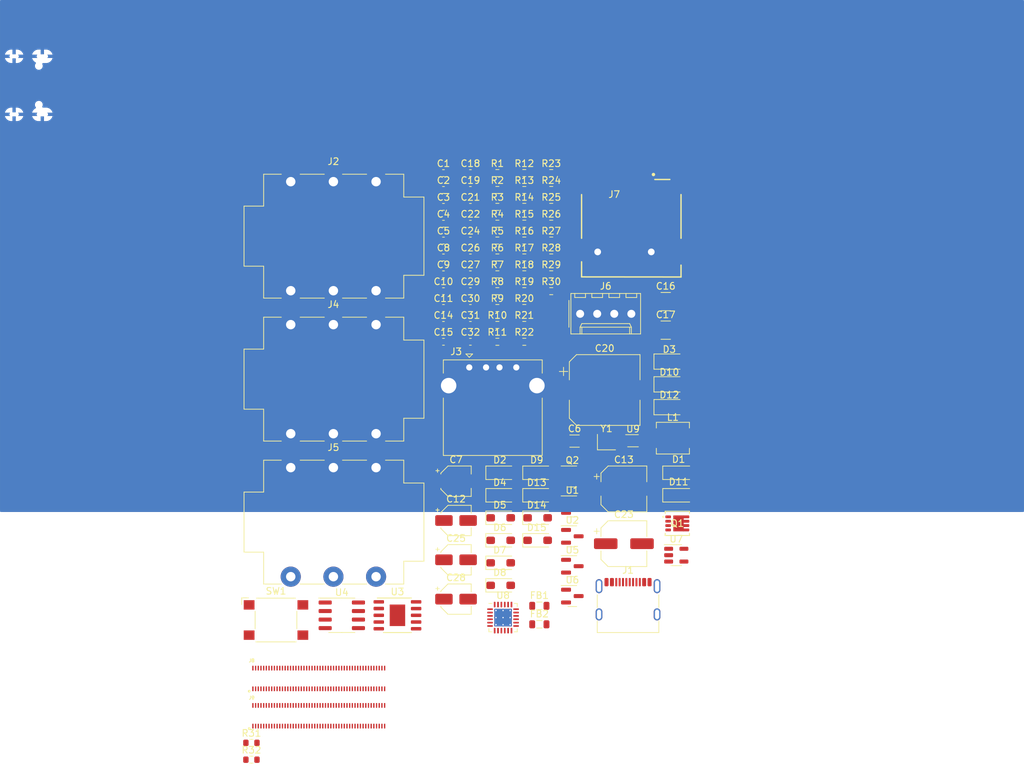
<source format=kicad_pcb>
(kicad_pcb (version 20221018) (generator pcbnew)
  (layers (0 "F.Cu" signal) (31 "B.Cu" power) (34 "B.Paste" user) (35 "F.Paste" user) (36 "B.SilkS" user "B.Silkscreen") (37 "F.SilkS" user "F.Silkscreen") (38 "B.Mask" user) (39 "F.Mask" user) (44 "Edge.Cuts" user))
  (net 0 "")
  (net 1 "Net-(Q1-D)")
  (net 2 "GND")
  (net 3 "+5V")
  (net 4 "Net-(U3-VDD)")
  (net 5 "Net-(U4B-+)")
  (net 6 "Net-(U4B--)")
  (net 7 "Net-(Q1-G)")
  (net 8 "+3.3VA")
  (net 9 "+9V")
  (net 10 "+5VA")
  (net 11 "/VBUS")
  (net 12 "Net-(U4A-+)")
  (net 13 "Net-(C6-Pad1)")
  (net 14 "+3.3V")
  (net 15 "/LINE_OUT")
  (net 16 "/HEADPHONES")
  (net 17 "Net-(C16-Pad1)")
  (net 18 "Net-(D1-A)")
  (net 19 "Net-(C17-Pad1)")
  (net 20 "Net-(C20-Pad2)")
  (net 21 "Net-(C22-Pad2)")
  (net 22 "Net-(J3-VBUS)")
  (net 23 "Net-(U8-VREF)")
  (net 24 "Net-(C28-Pad2)")
  (net 25 "Net-(D6-K)")
  (net 26 "Net-(D7-K)")
  (net 27 "USBD+")
  (net 28 "USBD-")
  (net 30 "Net-(D8-K)")
  (net 31 "Net-(D10-A)")
  (net 32 "Net-(D3-A)")
  (net 33 "Net-(D12-A)")
  (net 34 "Net-(D13-K)")
  (net 35 "Net-(J1-CC1)")
  (net 39 "Net-(D14-K)")
  (net 40 "Net-(D15-K)")
  (net 41 "Net-(J3-D-)")
  (net 55 "I2S_DOUT")
  (net 56 "I2S_LRCK")
  (net 57 "I2S_DIN")
  (net 70 "FAN_PWM")
  (net 72 "LED_STAT_1")
  (net 74 "LED_STAT_2")
  (net 75 "I2S_BCK")
  (net 76 "MULTI_BTN")
  (net 81 "SD_CLK")
  (net 83 "SD_DAT3")
  (net 84 "SD_CMD")
  (net 85 "SD_DAT0")
  (net 87 "SD_DAT1")
  (net 89 "SD_DAT2")
  (net 90 "Net-(J8-GPIO3)")
  (net 91 "Net-(J8-GPIO2)")
  (net 177 "CODEC_AUX")
  (net 178 "Net-(J3-D+)")
  (net 185 "Net-(C30-Pad2)")
  (net 186 "Net-(U4A--)")
  (net 187 "Net-(J8-GPIO_VREF(1.8v{slash}3.3v_Input))")
  (net 188 "I2C_SCL")
  (net 189 "I2C_SDA")
  (net 191 "Net-(U7-EN)")
  (net 192 "Net-(U8-ADCOUT)")
  (net 193 "/MCLK")
  (net 194 "Net-(U8-DACIN)")
  (net 195 "Net-(U8-FS)")
  (net 196 "Net-(U8-BCLK)")
  (net 197 "Net-(J1-CC2)")
  (net 198 "Net-(U8-MODE)")
  (net 202 "Net-(U8-CSb{slash}GPIO)")
  (net 205 "Net-(U3-DM)")
  (net 208 "Net-(J2-PadT)")
  (net 210 "/PG")
  (net 212 "/PWM")
  (net 213 "Net-(Q2-G)")
  (footprint "NeuralTone:D_SOD-123F" (layer "F.Cu") (at 130.81 105.815)
    (fp_text reference "D15" (at -0.127 -1.905) (layer "F.SilkS"))
    (fp_text value "SMF3.3A")
    (pad "1" smd roundrect (at -1.4918 0) (size 1.2836 1.1) (layers "F.Cu" "F.Paste" "F.Mask") (net 40 "Net-(D15-K)"))
    (pad "2" smd roundrect (at 1.4918 -0.0044) (size 1.2836 1.1088) (layers "F.Cu" "F.Paste" "F.Mask") (net 2 "GND"))
  )
  (footprint "Resistor_SMD:R_0603_1608Metric" (layer "F.Cu") (at 124.82 76.265)
    (fp_text reference "R11" (at 0 -1.43) (layer "F.SilkS"))
    (fp_text value "470k")
    (pad "1" smd roundrect (at -0.825 0) (size 0.8 0.95) (layers "F.Cu" "F.Paste" "F.Mask") (net 7 "Net-(Q1-G)"))
    (pad "2" smd roundrect (at 0.825 0) (size 0.8 0.95) (layers "F.Cu" "F.Paste" "F.Mask") (net 210 "/PG"))
  )
  (footprint "Capacitor_SMD:C_0603_1608Metric" (layer "F.Cu") (at 116.8 71.245)
    (fp_text reference "C11" (at 0 -1.43) (layer "F.SilkS"))
    (fp_text value "100n")
    (pad "1" smd roundrect (at -0.775 0) (size 0.9 0.95) (layers "F.Cu" "F.Paste" "F.Mask") (net 2 "GND"))
    (pad "2" smd roundrect (at 0.775 0) (size 0.9 0.95) (layers "F.Cu" "F.Paste" "F.Mask") (net 8 "+3.3VA"))
  )
  (footprint "Capacitor_SMD:C_1206_3216Metric" (layer "F.Cu") (at 136.31 91.045)
    (fp_text reference "C6" (at 0 -1.85) (layer "F.SilkS"))
    (fp_text value "100n")
    (pad "1" smd roundrect (at -1.475 0) (size 1.15 1.8) (layers "F.Cu" "F.Paste" "F.Mask") (roundrect_rratio 0.217391) (net 13 "Net-(C6-Pad1)"))
    (pad "2" smd roundrect (at 1.475 0) (size 1.15 1.8) (layers "F.Cu" "F.Paste" "F.Mask") (roundrect_rratio 0.217391) (net 5 "Net-(U4B-+)"))
  )
  (footprint "Capacitor_SMD:C_0603_1608Metric" (layer "F.Cu") (at 116.8 66.225)
    (fp_text reference "C9" (at 0 -1.43) (layer "F.SilkS"))
    (fp_text value "100n")
    (pad "1" smd roundrect (at -0.775 0) (size 0.9 0.95) (layers "F.Cu" "F.Paste" "F.Mask") (net 1 "Net-(Q1-D)"))
    (pad "2" smd roundrect (at 0.775 0) (size 0.9 0.95) (layers "F.Cu" "F.Paste" "F.Mask") (net 7 "Net-(Q1-G)"))
  )
  (footprint "Resistor_SMD:R_0603_1608Metric" (layer "F.Cu") (at 124.82 58.695)
    (fp_text reference "R4" (at 0 -1.43) (layer "F.SilkS"))
    (fp_text value "470k")
    (pad "1" smd roundrect (at -0.825 0) (size 0.8 0.95) (layers "F.Cu" "F.Paste" "F.Mask") (net 177 "CODEC_AUX"))
    (pad "2" smd roundrect (at 0.825 0) (size 0.8 0.95) (layers "F.Cu" "F.Paste" "F.Mask") (net 2 "GND"))
  )
  (footprint "Resistor_SMD:R_0603_1608Metric" (layer "F.Cu") (at 128.83 66.225)
    (fp_text reference "R18" (at 0 -1.43) (layer "F.SilkS"))
    (fp_text value "10k")
    (pad "1" smd roundrect (at -0.825 0) (size 0.8 0.95) (layers "F.Cu" "F.Paste" "F.Mask") (net 198 "Net-(U8-MODE)"))
    (pad "2" smd roundrect (at 0.825 0) (size 0.8 0.95) (layers "F.Cu" "F.Paste" "F.Mask") (net 2 "GND"))
  )
  (footprint "Inductor_SMD:L_0805_2012Metric" (layer "F.Cu") (at 131.07 115.565)
    (fp_text reference "FB1" (at 0 -1.55) (layer "F.SilkS"))
    (fp_text value "BLM21PG220SN1")
    (pad "1" smd roundrect (at -1.0625 0) (size 0.875 1.2) (layers "F.Cu" "F.Paste" "F.Mask") (net 20 "Net-(C20-Pad2)"))
    (pad "2" smd roundrect (at 1.0625 0) (size 0.875 1.2) (layers "F.Cu" "F.Paste" "F.Mask") (net 21 "Net-(C22-Pad2)"))
  )
  (footprint "Resistor_SMD:R_0603_1608Metric" (layer "F.Cu") (at 124.82 71.245)
    (fp_text reference "R9" (at 0 -1.43) (layer "F.SilkS"))
    (fp_text value "1k")
    (pad "1" smd roundrect (at -0.825 0) (size 0.8 0.95) (layers "F.Cu" "F.Paste" "F.Mask") (net 9 "+9V"))
    (pad "2" smd roundrect (at 0.825 0) (size 0.8 0.95) (layers "F.Cu" "F.Paste" "F.Mask") (net 32 "Net-(D3-A)"))
  )
  (footprint "Inductor_SMD:L_0805_2012Metric" (layer "F.Cu") (at 131.07 118.315)
    (fp_text reference "FB2" (at 0 -1.55) (layer "F.SilkS"))
    (fp_text value "BLM21PG220SN1")
    (pad "1" smd roundrect (at -1.0625 0) (size 0.875 1.2) (layers "F.Cu" "F.Paste" "F.Mask") (net 24 "Net-(C28-Pad2)"))
    (pad "2" smd roundrect (at 1.0625 0) (size 0.875 1.2) (layers "F.Cu" "F.Paste" "F.Mask") (net 185 "Net-(C30-Pad2)"))
  )
  (footprint "Resistor_SMD:R_0603_1608Metric" (layer "F.Cu") (at 132.84 61.205)
    (fp_text reference "R27" (at 0 -1.43) (layer "F.SilkS"))
    (fp_text value "22")
    (pad "1" smd roundrect (at -0.825 0) (size 0.8 0.95) (layers "F.Cu" "F.Paste" "F.Mask") (net 85 "SD_DAT0"))
    (pad "2" smd roundrect (at 0.825 0) (size 0.8 0.95) (layers "F.Cu" "F.Paste" "F.Mask") (net 39 "Net-(D14-K)"))
  )
  (footprint "Capacitor_SMD:C_0603_1608Metric" (layer "F.Cu") (at 116.8 68.735)
    (fp_text reference "C10" (at 0 -1.43) (layer "F.SilkS"))
    (fp_text value "4.7u")
    (pad "1" smd roundrect (at -0.775 0) (size 0.9 0.95) (layers "F.Cu" "F.Paste" "F.Mask") (net 2 "GND"))
    (pad "2" smd roundrect (at 0.775 0) (size 0.9 0.95) (layers "F.Cu" "F.Paste" "F.Mask") (net 12 "Net-(U4A-+)"))
  )
  (footprint "NeuralTone:D_SOD-123" (layer "F.Cu") (at 151.795 95.765)
    (fp_text reference "D1" (at 0 -2) (layer "F.SilkS"))
    (fp_text value "1N4148W")
    (pad "1" smd roundrect (at -1.7176 0) (size 1.0352 1.2) (layers "F.Cu" "F.Paste" "F.Mask") (net 8 "+3.3VA"))
    (pad "2" smd roundrect (at 1.7176 0) (size 1.0352 1.2) (layers "F.Cu" "F.Paste" "F.Mask") (net 18 "Net-(D1-A)"))
  )
  (footprint "Capacitor_SMD:C_1210_3225Metric" (layer "F.Cu") (at 149.88 74.535)
    (fp_text reference "C17" (at 0 -2.3) (layer "F.SilkS"))
    (fp_text value "47u")
    (pad "1" smd roundrect (at -1.475 0) (size 1.15 2.7) (layers "F.Cu" "F.Paste" "F.Mask") (roundrect_rratio 0.217391) (net 19 "Net-(C17-Pad1)"))
    (pad "2" smd roundrect (at 1.475 0) (size 1.15 2.7) (layers "F.Cu" "F.Paste" "F.Mask") (roundrect_rratio 0.217391) (net 2 "GND"))
  )
  (footprint "Resistor_SMD:R_0603_1608Metric" (layer "F.Cu") (at 124.82 73.755)
    (fp_text reference "R10" (at 0 -1.43) (layer "F.SilkS"))
    (fp_text value "10k")
    (pad "1" smd roundrect (at -0.825 0) (size 0.8 0.95) (layers "F.Cu" "F.Paste" "F.Mask") (net 2 "GND"))
    (pad "2" smd roundrect (at 0.825 0) (size 0.8 0.95) (layers "F.Cu" "F.Paste" "F.Mask") (net 12 "Net-(U4A-+)"))
  )
  (footprint "Capacitor_SMD:C_0603_1608Metric" (layer "F.Cu") (at 116.8 63.715)
    (fp_text reference "C8" (at 0 -1.43) (layer "F.SilkS"))
    (fp_text value "100n")
    (pad "1" smd roundrect (at -0.775 0) (size 0.9 0.95) (layers "F.Cu" "F.Paste" "F.Mask") (net 11 "/VBUS"))
    (pad "2" smd roundrect (at 0.775 0) (size 0.9 0.95) (layers "F.Cu" "F.Paste" "F.Mask") (net 7 "Net-(Q1-G)"))
  )
  (footprint "Capacitor_SMD:C_0603_1608Metric" (layer "F.Cu") (at 116.8 53.675)
    (fp_text reference "C2" (at 0 -1.43) (layer "F.SilkS"))
    (fp_text value "1u")
    (pad "1" smd roundrect (at -0.775 0) (size 0.9 0.95) (layers "F.Cu" "F.Paste" "F.Mask") (net 3 "+5V"))
    (pad "2" smd roundrect (at 0.775 0) (size 0.9 0.95) (layers "F.Cu" "F.Paste" "F.Mask") (net 2 "GND"))
  )
  (footprint "NeuralTone:D_SOD-123F" (layer "F.Cu") (at 130.81 95.765)
    (fp_text reference "D9" (at -0.127 -1.905) (layer "F.SilkS"))
    (fp_text value "SMF3.3A")
    (pad "1" smd roundrect (at -1.4918 0) (size 1.2836 1.1) (layers "F.Cu" "F.Paste" "F.Mask") (net 14 "+3.3V"))
    (pad "2" smd roundrect (at 1.4918 -0.0044) (size 1.2836 1.1088) (layers "F.Cu" "F.Paste" "F.Mask") (net 2 "GND"))
  )
  (footprint "NeuralTone:USB_C_Receptacle_G-Switch_GT-USB-7010ASV" (layer "F.Cu") (at 144.27 115.765)
    (fp_text reference "J1" (at 0 -5.5) (layer "F.SilkS"))
    (fp_text value "USB-C PD")
    (pad "" np_thru_hole circle (at -2.89 -2.605) (size 0.65 0.65) (drill 0.65) (layers "*.Cu" "*.Mask"))
    (pad "" np_thru_hole circle (at 2.89 -2.605) (size 0.65 0.65) (drill 0.65) (layers "*.Cu" "*.Mask"))
    (pad "A5" smd roundrect (at -1.25 -3.725) (size 0.3 1.24) (layers "F.Cu" "F.Paste" "F.Mask") (net 35 "Net-(J1-CC1)"))
    (pad "A6" smd roundrect (at -0.25 -3.725) (size 0.3 1.24) (layers "F.Cu" "F.Paste" "F.Mask"))
    (pad "A7" smd roundrect (at 0.25 -3.725) (size 0.3 1.24) (layers "F.Cu" "F.Paste" "F.Mask"))
    (pad "A8" smd roundrect (at 1.25 -3.725) (size 0.3 1.24) (layers "F.Cu" "F.Paste" "F.Mask"))
    (pad "A9" smd roundrect (at 2.4 -3.725) (size 0.6 1.24) (layers "F.Cu" "F.Paste" "F.Mask") (net 11 "/VBUS"))
    (pad "A12" smd roundrect (at 3.2 -3.725) (size 0.6 1.24) (layers "F.Cu" "F.Paste" "F.Mask") (net 2 "GND"))
    (pad "B5" smd roundrect (at 1.75 -3.725) (size 0.3 1.24) (layers "F.Cu" "F.Paste" "F.Mask") (net 197 "Net-(J1-CC2)"))
    (pad "B6" smd roundrect (at 0.75 -3.725) (size 0.3 1.24) (layers "F.Cu" "F.Paste" "F.Mask"))
    (pad "B7" smd roundrect (at -0.75 -3.725) (size 0.3 1.24) (layers "F.Cu" "F.Paste" "F.Mask"))
    (pad "B8" smd roundrect (at -1.75 -3.725) (size 0.3 1.24) (layers "F.Cu" "F.Paste" "F.Mask"))
    (pad "B9" smd roundrect (at -2.4 -3.725) (size 0.6 1.24) (layers "F.Cu" "F.Paste" "F.Mask") (net 11 "/VBUS"))
    (pad "B12" smd roundrect (at -3.2 -3.725) (size 0.6 1.24) (layers "F.Cu" "F.Paste" "F.Mask") (net 2 "GND"))
    (pad "S1" thru_hole oval (at -4.32 -3.125) (size 1 2.1) (drill oval 0.6 1.7) (layers "*.Cu" "*.Mask") (net 2 "GND"))
    (pad "S1" thru_hole oval (at -4.32 1.075) (size 1 1.8) (drill oval 0.6 1.4) (layers "*.Cu" "*.Mask") (net 2 "GND"))
    (pad "S1" thru_hole oval (at 4.32 -3.125) (size 1 2.1) (drill oval 0.6 1.7) (layers "*.Cu" "*.Mask") (net 2 "GND"))
    (pad "S1" thru_hole oval (at 4.32 1.075) (size 1 1.8) (drill oval 0.6 1.4) (layers "*.Cu" "*.Mask") (net 2 "GND"))
  )
  (footprint "NeuralTone:Jack_6.35mm_Neutrik_NMJ6HCD2_Horizontal" (layer "F.Cu") (at 94.07 73.715)
    (fp_text reference "J4" (at 6.35 -3) (layer "F.SilkS"))
    (fp_text value "Headphones")
    (pad "R" thru_hole circle (at 6.35 0) (size 3 3) (drill 1.4) (layers "*.Cu" "*.Mask") (net 21 "Net-(C22-Pad2)"))
    (pad "RN" thru_hole circle (at 6.35 16.23) (size 3 3) (drill 1.4) (layers "*.Cu" "*.Mask"))
    (pad "S" thru_hole circle (at 12.7 0) (size 3 3) (drill 1.4) (layers "*.Cu" "*.Mask") (net 2 "GND"))
    (pad "SN" thru_hole circle (at 12.7 16.23) (size 3 3) (drill 1.4) (layers "*.Cu" "*.Mask"))
    (pad "T" thru_hole circle (at 0 0) (size 3 3) (drill 1.4) (layers "*.Cu" "*.Mask") (net 21 "Net-(C22-Pad2)"))
    (pad "TN" thru_hole circle (at 0 16.23) (size 3 3) (drill 1.4) (layers "*.Cu" "*.Mask"))
  )
  (footprint "NeuralTone:USB_A_CONNFLY_DS1095-WNR0" (layer "F.Cu") (at 120.64 80.08)
    (fp_text reference "J3" (at -1.95 -2.35) (layer "F.SilkS"))
    (fp_text value "USB-A Port")
    (pad "1" thru_hole rect (at 0 0) (size 1.524 1.524) (drill 0.92) (layers "*.Cu" "*.Mask") (net 22 "Net-(J3-VBUS)"))
    (pad "2" thru_hole circle (at 2.5 0) (size 1.524 1.524) (drill 0.92) (layers "*.Cu" "*.Mask") (net 41 "Net-(J3-D-)"))
    (pad "3" thru_hole circle (at 4.5 0) (size 1.524 1.524) (drill 0.92) (layers "*.Cu" "*.Mask") (net 178 "Net-(J3-D+)"))
    (pad "4" thru_hole circle (at 7 0) (size 1.524 1.524) (drill 0.92) (layers "*.Cu" "*.Mask") (net 2 "GND"))
    (pad "5" thru_hole circle (at -3.07 2.71) (size 3.5 3.5) (drill 2.3) (layers "*.Cu" "*.Mask") (net 2 "GND"))
    (pad "5" thru_hole circle (at 10.07 2.71) (size 3.5 3.5) (drill 2.3) (layers "*.Cu" "*.Mask") (net 2 "GND"))
  )
  (footprint "Resistor_SMD:R_0603_1608Metric" (layer "F.Cu") (at 124.82 63.715)
    (fp_text reference "R6" (at 0 -1.43) (layer "F.SilkS"))
    (fp_text value "10k")
    (pad "1" smd roundrect (at -0.825 0) (size 0.8 0.95) (layers "F.Cu" "F.Paste" "F.Mask") (net 12 "Net-(U4A-+)"))
    (pad "2" smd roundrect (at 0.825 0) (size 0.8 0.95) (layers "F.Cu" "F.Paste" "F.Mask") (net 8 "+3.3VA"))
  )
  (footprint "Resistor_SMD:R_0603_1608Metric" (layer "F.Cu") (at 128.83 71.245)
    (fp_text reference "R20" (at 0 -1.43) (layer "F.SilkS"))
    (fp_text value "10k")
    (pad "1" smd roundrect (at -0.825 0) (size 0.8 0.95) (layers "F.Cu" "F.Paste" "F.Mask") (net 2 "GND"))
    (pad "2" smd roundrect (at 0.825 0) (size 0.8 0.95) (layers "F.Cu" "F.Paste" "F.Mask") (net 202 "Net-(U8-CSb{slash}GPIO)"))
  )
  (footprint "Resistor_SMD:R_0603_1608Metric" (layer "F.Cu") (at 88.22 138.465)
    (fp_text reference "R32" (at 0 -1.43) (layer "F.SilkS"))
    (fp_text value "330")
    (pad "1" smd roundrect (at -0.825 0) (size 0.8 0.95) (layers "F.Cu" "F.Paste" "F.Mask") (net 189 "I2C_SDA"))
    (pad "2" smd roundrect (at 0.825 0) (size 0.8 0.95) (layers "F.Cu" "F.Paste" "F.Mask") (net 91 "Net-(J8-GPIO2)"))
  )
  (footprint "NeuralTone:D_SOD-123F" (layer "F.Cu") (at 130.81 102.465)
    (fp_text reference "D14" (at -0.127 -1.905) (layer "F.SilkS"))
    (fp_text value "SMF3.3A")
    (pad "1" smd roundrect (at -1.4918 0) (size 1.2836 1.1) (layers "F.Cu" "F.Paste" "F.Mask") (net 39 "Net-(D14-K)"))
    (pad "2" smd roundrect (at 1.4918 -0.0044) (size 1.2836 1.1088) (layers "F.Cu" "F.Paste" "F.Mask") (net 2 "GND"))
  )
  (footprint "Capacitor_SMD:CP_Elec_6.3x7.7" (layer "F.Cu") (at 143.65 98.165)
    (fp_text reference "C13" (at 0 -4.35) (layer "F.SilkS"))
    (fp_text value "150u")
    (pad "1" smd roundrect (at -2.7 0) (size 3.5 1.6) (layers "F.Cu" "F.Paste" "F.Mask") (roundrect_rratio 0.15625) (net 3 "+5V"))
    (pad "2" smd roundrect (at 2.7 0) (size 3.5 1.6) (layers "F.Cu" "F.Paste" "F.Mask") (roundrect_rratio 0.15625) (net 2 "GND"))
  )
  (footprint "Capacitor_SMD:CP_Elec_4x5.8" (layer "F.Cu") (at 118.67 108.715)
    (fp_text reference "C25" (at 0 -3.2) (layer "F.SilkS"))
    (fp_text value "10u")
    (pad "1" smd roundrect (at -1.8 0) (size 2.6 1.6) (layers "F.Cu" "F.Paste" "F.Mask") (roundrect_rratio 0.15625) (net 3 "+5V"))
    (pad "2" smd roundrect (at 1.8 0) (size 2.6 1.6) (layers "F.Cu" "F.Paste" "F.Mask") (roundrect_rratio 0.15625) (net 2 "GND"))
  )
  (footprint "Resistor_SMD:R_0603_1608Metric" (layer "F.Cu") (at 124.82 53.675)
    (fp_text reference "R2" (at 0 -1.43) (layer "F.SilkS"))
    (fp_text value "1.8k")
    (pad "1" smd roundrect (at -0.825 0) (size 0.8 0.95) (layers "F.Cu" "F.Paste" "F.Mask") (net 208 "Net-(J2-PadT)"))
    (pad "2" smd roundrect (at 0.825 0) (size 0.8 0.95) (layers "F.Cu" "F.Paste" "F.Mask") (net 18 "Net-(D1-A)"))
  )
  (footprint "Capacitor_SMD:C_0603_1608Metric" (layer "F.Cu") (at 116.8 58.695)
    (fp_text reference "C4" (at 0 -1.43) (layer "F.SilkS"))
    (fp_text value "1u")
    (pad "1" smd roundrect (at -0.775 0) (size 0.9 0.95) (layers "F.Cu" "F.Paste" "F.Mask") (net 9 "+9V"))
    (pad "2" smd roundrect (at 0.775 0) (size 0.9 0.95) (layers "F.Cu" "F.Paste" "F.Mask") (net 2 "GND"))
  )
  (footprint "NeuralTone:D_SOD-123F" (layer "F.Cu") (at 125.315 105.815)
    (fp_text reference "D6" (at -0.127 -1.905) (layer "F.SilkS"))
    (fp_text value "SMF3.3A")
    (pad "1" smd roundrect (at -1.4918 0) (size 1.2836 1.1) (layers "F.Cu" "F.Paste" "F.Mask") (net 25 "Net-(D6-K)"))
    (pad "2" smd roundrect (at 1.4918 -0.0044) (size 1.2836 1.1088) (layers "F.Cu" "F.Paste" "F.Mask") (net 2 "GND"))
  )
  (footprint "Resistor_SMD:R_0603_1608Metric" (layer "F.Cu") (at 124.82 68.735)
    (fp_text reference "R8" (at 0 -1.43) (layer "F.SilkS"))
    (fp_text value "100m")
    (pad "1" smd roundrect (at -0.825 0) (size 0.8 0.95) (layers "F.Cu" "F.Paste" "F.Mask") (net 9 "+9V"))
    (pad "2" smd roundrect (at 0.825 0) (size 0.8 0.95) (layers "F.Cu" "F.Paste" "F.Mask") (net 19 "Net-(C17-Pad1)"))
  )
  (footprint "Package_SO:SOIC-8_3.9x4.9mm_P1.27mm" (layer "F.Cu") (at 101.67 116.975)
    (fp_text reference "U4" (at 0 -3.4) (layer "F.SilkS"))
    (fp_text value "MCP6022")
    (pad "1" smd roundrect (at -2.475 -1.905) (size 1.95 0.6) (layers "F.Cu" "F.Paste" "F.Mask") (net 186 "Net-(U4A--)"))
    (pad "2" smd roundrect (at -2.475 -0.635) (size 1.95 0.6) (layers "F.Cu" "F.Paste" "F.Mask") (net 186 "Net-(U4A--)"))
    (pad "3" smd roundrect (at -2.475 0.635) (size 1.95 0.6) (layers "F.Cu" "F.Paste" "F.Mask") (net 12 "Net-(U4A-+)"))
    (pad "4" smd roundrect (at -2.475 1.905) (size 1.95 0.6) (layers "F.Cu" "F.Paste" "F.Mask") (net 2 "GND"))
    (pad "5" smd roundrect (at 2.475 1.905) (size 1.95 0.6) (layers "F.Cu" "F.Paste" "F.Mask") (net 5 "Net-(U4B-+)"))
    (pad "6" smd roundrect (at 2.475 0.635) (size 1.95 0.6) (layers "F.Cu" "F.Paste" "F.Mask") (net 6 "Net-(U4B--)"))
    (pad "7" smd roundrect (at 2.475 -0.635) (size 1.95 0.6) (layers "F.Cu" "F.Paste" "F.Mask") (net 6 "Net-(U4B--)"))
    (pad "8" smd roundrect (at 2.475 -1.905) (size 1.95 0.6) (layers "F.Cu" "F.Paste" "F.Mask") (net 8 "+3.3VA"))
  )
  (footprint "Resistor_SMD:R_0603_1608Metric" (layer "F.Cu") (at 132.84 56.185)
    (fp_text reference "R25" (at 0 -1.43) (layer "F.SilkS"))
    (fp_text value "1k")
    (pad "1" smd roundrect (at -0.825 0) (size 0.8 0.95) (layers "F.Cu" "F.Paste" "F.Mask") (net 74 "LED_STAT_2"))
    (pad "2" smd roundrect (at 0.825 0) (size 0.8 0.95) (layers "F.Cu" "F.Paste" "F.Mask") (net 33 "Net-(D12-A)"))
  )
  (footprint "Resistor_SMD:R_0603_1608Metric" (layer "F.Cu") (at 128.83 56.185)
    (fp_text reference "R14" (at 0 -1.43) (layer "F.SilkS"))
    (fp_text value "22")
    (pad "1" smd roundrect (at -0.825 0) (size 0.8 0.95) (layers "F.Cu" "F.Paste" "F.Mask") (net 55 "I2S_DOUT"))
    (pad "2" smd roundrect (at 0.825 0) (size 0.8 0.95) (layers "F.Cu" "F.Paste" "F.Mask") (net 192 "Net-(U8-ADCOUT)"))
  )
  (footprint "Package_TO_SOT_SMD:SOT-23" (layer "F.Cu") (at 135.98 109.665)
    (fp_text reference "U5" (at 0 -2.4) (layer "F.SilkS"))
    (fp_text value "AMS1084CM-5.0")
    (pad "1" smd roundrect (at -0.9375 -0.95) (size 1.475 0.6) (layers "F.Cu" "F.Paste" "F.Mask") (net 2 "GND"))
    (pad "2" smd roundrect (at -0.9375 0.95) (size 1.475 0.6) (layers "F.Cu" "F.Paste" "F.Mask") (net 3 "+5V"))
    (pad "3" smd roundrect (at 0.9375 0) (size 1.475 0.6) (layers "F.Cu" "F.Paste" "F.Mask") (net 9 "+9V"))
  )
  (footprint "NeuralTone:D_SOD-123F" (layer "F.Cu") (at 125.315 95.765)
    (fp_text reference "D2" (at -0.127 -1.905) (layer "F.SilkS"))
    (fp_text value "SMF9.0A")
    (pad "1" smd roundrect (at -1.4918 0) (size 1.2836 1.1) (layers "F.Cu" "F.Paste" "F.Mask") (net 11 "/VBUS"))
    (pad "2" smd roundrect (at 1.4918 -0.0044) (size 1.2836 1.1088) (layers "F.Cu" "F.Paste" "F.Mask") (net 2 "GND"))
  )
  (footprint "Resistor_SMD:R_0603_1608Metric" (layer "F.Cu") (at 132.84 66.225)
    (fp_text reference "R29" (at 0 -1.43) (layer "F.SilkS"))
    (fp_text value "22")
    (pad "1" smd roundrect (at -0.825 0) (size 0.8 0.95) (layers "F.Cu" "F.Paste" "F.Mask") (net 87 "SD_DAT1"))
    (pad "2" smd roundrect (at 0.825 0) (size 0.8 0.95) (layers "F.Cu" "F.Paste" "F.Mask") (net 34 "Net-(D13-K)"))
  )
  (footprint "Resistor_SMD:R_0603_1608Metric" (layer "F.Cu") (at 128.83 61.205)
    (fp_text reference "R16" (at 0 -1.43) (layer "F.SilkS"))
    (fp_text value "22")
    (pad "1" smd roundrect (at -0.825 0) (size 0.8 0.95) (layers "F.Cu" "F.Paste" "F.Mask") (net 56 "I2S_LRCK"))
    (pad "2" smd roundrect (at 0.825 0) (size 0.8 0.95) (layers "F.Cu" "F.Paste" "F.Mask") (net 195 "Net-(U8-FS)"))
  )
  (footprint "Resistor_SMD:R_0603_1608Metric" (layer "F.Cu") (at 88.22 135.955)
    (fp_text reference "R31" (at 0 -1.43) (layer "F.SilkS"))
    (fp_text value "330")
    (pad "1" smd roundrect (at -0.825 0) (size 0.8 0.95) (layers "F.Cu" "F.Paste" "F.Mask") (net 188 "I2C_SCL"))
    (pad "2" smd roundrect (at 0.825 0) (size 0.8 0.95) (layers "F.Cu" "F.Paste" "F.Mask") (net 90 "Net-(J8-GPIO3)"))
  )
  (footprint "Resistor_SMD:R_0603_1608Metric" (layer "F.Cu") (at 132.84 51.165)
    (fp_text reference "R23" (at 0 -1.43) (layer "F.SilkS"))
    (fp_text value "22")
    (pad "1" smd roundrect (at -0.825 0) (size 0.8 0.95) (layers "F.Cu" "F.Paste" "F.Mask") (net 83 "SD_DAT3"))
    (pad "2" smd roundrect (at 0.825 0) (size 0.8 0.95) (layers "F.Cu" "F.Paste" "F.Mask") (net 26 "Net-(D7-K)"))
  )
  (footprint "Package_TO_SOT_SMD:SOT-23" (layer "F.Cu") (at 135.98 105.215)
    (fp_text reference "U2" (at 0 -2.4) (layer "F.SilkS"))
    (fp_text value "AP2210N-5.0")
    (pad "1" smd roundrect (at -0.9375 -0.95) (size 1.475 0.6) (layers "F.Cu" "F.Paste" "F.Mask") (net 2 "GND"))
    (pad "2" smd roundrect (at -0.9375 0.95) (size 1.475 0.6) (layers "F.Cu" "F.Paste" "F.Mask") (net 10 "+5VA"))
    (pad "3" smd roundrect (at 0.9375 0) (size 1.475 0.6) (layers "F.Cu" "F.Paste" "F.Mask") (net 9 "+9V"))
  )
  (footprint "Resistor_SMD:R_0603_1608Metric" (layer "F.Cu") (at 132.84 53.675)
    (fp_text reference "R24" (at 0 -1.43) (layer "F.SilkS"))
    (fp_text value "22")
    (pad "1" smd roundrect (at -0.825 0) (size 0.8 0.95) (layers "F.Cu" "F.Paste" "F.Mask") (net 84 "SD_CMD"))
    (pad "2" smd roundrect (at 0.825 0) (size 0.8 0.95) (layers "F.Cu" "F.Paste" "F.Mask") (net 30 "Net-(D8-K)"))
  )
  (footprint "NeuralTone:D_SOD-123F" (layer "F.Cu") (at 125.315 102.465)
    (fp_text reference "D5" (at -0.127 -1.905) (layer "F.SilkS"))
    (fp_text value "SMF5.0CA")
    (pad "1" smd roundrect (at -1.4918 0) (size 1.2836 1.1) (layers "F.Cu" "F.Paste" "F.Mask") (net 2 "GND"))
    (pad "2" smd roundrect (at 1.4918 -0.0044) (size 1.2836 1.1088) (layers "F.Cu" "F.Paste" "F.Mask") (net 185 "Net-(C30-Pad2)"))
  )
  (footprint "NeuralTone:L_Sunlord_MWSA0412S" (layer "F.Cu") (at 150.94 90.61)
    (fp_text reference "L1" (at 0 -3.1) (layer "F.SilkS"))
    (fp_text value " 0412CDMCCDS-R10MC")
    (pad "1" smd roundrect (at -1.85 0) (size 1.5 2.5) (layers "F.Cu" "F.Paste" "F.Mask") (net 1 "Net-(Q1-D)"))
    (pad "2" smd roundrect (at 1.85 0) (size 1.5 2.5) (layers "F.Cu" "F.Paste" "F.Mask") (net 9 "+9V"))
  )
  (footprint "Resistor_SMD:R_0603_1608Metric" (layer "F.Cu") (at 128.83 73.755)
    (fp_text reference "R21" (at 0 -1.43) (layer "F.SilkS"))
    (fp_text value "1k")
    (pad "1" smd roundrect (at -0.825 0) (size 0.8 0.95) (layers "F.Cu" "F.Paste" "F.Mask") (net 72 "LED_STAT_1"))
    (pad "2" smd roundrect (at 0.825 0) (size 0.8 0.95) (layers "F.Cu" "F.Paste" "F.Mask") (net 31 "Net-(D10-A)"))
  )
  (footprint "Capacitor_SMD:C_0603_1608Metric" (layer "F.Cu") (at 120.81 53.675)
    (fp_text reference "C19" (at 0 -1.43) (layer "F.SilkS"))
    (fp_text value "4.7u")
    (pad "1" smd roundrect (at -0.775 0) (size 0.9 0.95) (layers "F.Cu" "F.Paste" "F.Mask") (net 10 "+5VA"))
    (pad "2" smd roundrect (at 0.775 0) (size 0.9 0.95) (layers "F.Cu" "F.Paste" "F.Mask") (net 2 "GND"))
  )
  (footprint "Capacitor_SMD:C_0603_1608Metric" (layer "F.Cu") (at 120.81 58.695)
    (fp_text reference "C22" (at 0 -1.43) (layer "F.SilkS"))
    (fp_text value "33p")
    (pad "1" smd roundrect (at -0.775 0) (size 0.9 0.95) (layers "F.Cu" "F.Paste" "F.Mask") (net 2 "GND"))
    (pad "2" smd roundrect (at 0.775 0) (size 0.9 0.95) (layers "F.Cu" "F.Paste" "F.Mask") (net 21 "Net-(C22-Pad2)"))
  )
  (footprint "NeuralTone:D_SOD-123F" (layer "F.Cu") (at 130.81 99.115)
    (fp_text reference "D13" (at -0.127 -1.905) (layer "F.SilkS"))
    (fp_text value "SMF3.3A")
    (pad "1" smd roundrect (at -1.4918 0) (size 1.2836 1.1) (layers "F.Cu" "F.Paste" "F.Mask") (net 34 "Net-(D13-K)"))
    (pad "2" smd roundrect (at 1.4918 -0.0044) (size 1.2836 1.1088) (layers "F.Cu" "F.Paste" "F.Mask") (net 2 "GND"))
  )
  (footprint "LED_SMD:LED_1206_3216Metric" (layer "F.Cu") (at 150.41 79.215)
    (fp_text reference "D3" (at 0 -1.82) (layer "F.SilkS"))
    (fp_text value "LED_Small")
    (pad "1" smd roundrect (at -1.4 0) (size 1.25 1.75) (layers "F.Cu" "F.Paste" "F.Mask") (roundrect_rratio 0.2) (net 2 "GND"))
    (pad "2" smd roundrect (at 1.4 0) (size 1.25 1.75) (layers "F.Cu" "F.Paste" "F.Mask") (roundrect_rratio 0.2) (net 32 "Net-(D3-A)"))
  )
  (footprint "Capacitor_SMD:C_0603_1608Metric" (layer "F.Cu") (at 120.81 76.265)
    (fp_text reference "C32" (at 0 -1.43) (layer "F.SilkS"))
    (fp_text value "4.7u")
    (pad "1" smd roundrect (at -0.775 0) (size 0.9 0.95) (layers "F.Cu" "F.Paste" "F.Mask") (net 14 "+3.3V"))
    (pad "2" smd roundrect (at 0.775 0) (size 0.9 0.95) (layers "F.Cu" "F.Paste" "F.Mask") (net 2 "GND"))
  )
  (footprint "Capacitor_SMD:C_0603_1608Metric" (layer "F.Cu") (at 120.81 73.755)
    (fp_text reference "C31" (at 0 -1.43) (layer "F.SilkS"))
    (fp_text value "100n")
    (pad "1" smd roundrect (at -0.775 0) (size 0.9 0.95) (layers "F.Cu" "F.Paste" "F.Mask") (net 14 "+3.3V"))
    (pad "2" smd roundrect (at 0.775 0) (size 0.9 0.95) (layers "F.Cu" "F.Paste" "F.Mask") (net 2 "GND"))
  )
  (footprint "Capacitor_SMD:C_0603_1608Metric" (layer "F.Cu") (at 116.8 61.205)
    (fp_text reference "C5" (at 0 -1.43) (layer "F.SilkS"))
    (fp_text value "4.7u")
    (pad "1" smd roundrect (at -0.775 0) (size 0.9 0.95) (layers "F.Cu" "F.Paste" "F.Mask") (net 10 "+5VA"))
    (pad "2" smd roundrect (at 0.775 0) (size 0.9 0.95) (layers "F.Cu" "F.Paste" "F.Mask") (net 2 "GND"))
  )
  (footprint "Capacitor_SMD:CP_Elec_4x5.8" (layer "F.Cu") (at 118.67 102.865)
    (fp_text reference "C12" (at 0 -3.2) (layer "F.SilkS"))
    (fp_text value "10u")
    (pad "1" smd roundrect (at -1.8 0) (size 2.6 1.6) (layers "F.Cu" "F.Paste" "F.Mask") (roundrect_rratio 0.15625) (net 9 "+9V"))
    (pad "2" smd roundrect (at 1.8 0) (size 2.6 1.6) (layers "F.Cu" "F.Paste" "F.Mask") (roundrect_rratio 0.15625) (net 2 "GND"))
  )
  (footprint "NeuralTone:DF40HC(3.0)-100DS_B" (layer "F.Cu") (at 98.6 132.485)
    (fp_text reference "J9" (at -10.345218 -3.224157) (layer "F.SilkS") (effects (font (size 0.480876 0.480876))))
    (fp_text value "DF40HC(3.0)-100DS" hide)
    (pad "101" smd rect (at -10.16 0.98) (size 0.2 0.7) (layers "F.Cu" "F.Paste" "F.Mask"))
    (pad "102" smd rect (at -10.16 -2.1) (size 0.2 0.7) (layers "F.Cu" "F.Paste" "F.Mask"))
    (pad "103" smd rect (at -9.76 0.98) (size 0.2 0.7) (layers "F.Cu" "F.Paste" "F.Mask") (net 28 "USBD-"))
    (pad "104" smd rect (at -9.76 -2.1) (size 0.2 0.7) (layers "F.Cu" "F.Paste" "F.Mask"))
    (pad "105" smd rect (at -9.36 0.98) (size 0.2 0.7) (layers "F.Cu" "F.Paste" "F.Mask") (net 27 "USBD+"))
    (pad "106" smd rect (at -9.36 -2.1) (size 0.2 0.7) (layers "F.Cu" "F.Paste" "F.Mask"))
    (pad "107" smd rect (at -8.96 0.98) (size 0.2 0.7) (layers "F.Cu" "F.Paste" "F.Mask") (net 2 "GND"))
    (pad "108" smd rect (at -8.96 -2.1) (size 0.2 0.7) (layers "F.Cu" "F.Paste" "F.Mask") (net 2 "GND"))
    (pad "109" smd rect (at -8.56 0.98) (size 0.2 0.7) (layers "F.Cu" "F.Paste" "F.Mask"))
    (pad "110" smd rect (at -8.56 -2.1) (size 0.2 0.7) (layers "F.Cu" "F.Paste" "F.Mask"))
    (pad "111" smd rect (at -8.16 0.98) (size 0.2 0.7) (layers "F.Cu" "F.Paste" "F.Mask"))
    (pad "112" smd rect (at -8.16 -2.1) (size 0.2 0.7) (layers "F.Cu" "F.Paste" "F.Mask"))
    (pad "113" smd rect (at -7.76 0.98) (size 0.2 0.7) (layers "F.Cu" "F.Paste" "F.Mask") (net 2 "GND"))
    (pad "114" smd rect (at -7.76 -2.1) (size 0.2 0.7) (layers "F.Cu" "F.Paste" "F.Mask") (net 2 "GND"))
    (pad "115" smd rect (at -7.36 0.98) (size 0.2 0.7) (layers "F.Cu" "F.Paste" "F.Mask"))
    (pad "116" smd rect (at -7.36 -2.1) (size 0.2 0.7) (layers "F.Cu" "F.Paste" "F.Mask"))
    (pad "117" smd rect (at -6.96 0.98) (size 0.2 0.7) (layers "F.Cu" "F.Paste" "F.Mask"))
    (pad "118" smd rect (at -6.96 -2.1) (size 0.2 0.7) (layers "F.Cu" "F.Paste" "F.Mask"))
    (pad "119" smd rect (at -6.56 0.98) (size 0.2 0.7) (layers "F.Cu" "F.Paste" "F.Mask") (net 2 "GND"))
    (pad "120" smd rect (at -6.56 -2.1) (size 0.2 0.7) (layers "F.Cu" "F.Paste" "F.Mask") (net 2 "GND"))
    (pad "121" smd rect (at -6.16 0.98) (size 0.2 0.7) (layers "F.Cu" "F.Paste" "F.Mask"))
    (pad "122" smd rect (at -6.16 -2.1) (size 0.2 0.7) (layers "F.Cu" "F.Paste" "F.Mask"))
    (pad "123" smd rect (at -5.76 0.98) (size 0.2 0.7) (layers "F.Cu" "F.Paste" "F.Mask"))
    (pad "124" smd rect (at -5.76 -2.1) (size 0.2 0.7) (layers "F.Cu" "F.Paste" "F.Mask"))
    (pad "125" smd rect (at -5.36 0.98) (size 0.2 0.7) (layers "F.Cu" "F.Paste" "F.Mask") (net 2 "GND"))
    (pad "126" smd rect (at -5.36 -2.1) (size 0.2 0.7) (layers "F.Cu" "F.Paste" "F.Mask") (net 2 "GND"))
    (pad "127" smd rect (at -4.96 0.98) (size 0.2 0.7) (layers "F.Cu" "F.Paste" "F.Mask"))
    (pad "128" smd rect (at -4.96 -2.1) (size 0.2 0.7) (layers "F.Cu" "F.Paste" "F.Mask"))
    (pad "129" smd rect (at -4.56 0.98) (size 0.2 0.7) (layers "F.Cu" "F.Paste" "F.Mask"))
    (pad "130" smd rect (at -4.56 -2.1) (size 0.2 0.7) (layers "F.Cu" "F.Paste" "F.Mask"))
    (pad "131" smd rect (at -4.16 0.98) (size 0.2 0.7) (layers "F.Cu" "F.Paste" "F.Mask") (net 2 "GND"))
    (pad "132" smd rect (at -4.16 -2.1) (size 0.2 0.7) (layers "F.Cu" "F.Paste" "F.Mask") (net 2 "GND"))
    (pad "133" smd rect (at -3.76 0.98) (size 0.2 0.7) (layers "F.Cu" "F.Paste" "F.Mask"))
    (pad "134" smd rect (at -3.76 -2.1) (size 0.2 0.7) (layers "F.Cu" "F.Paste" "F.Mask"))
    (pad "135" smd rect (at -3.36 0.98) (size 0.2 0.7) (layers "F.Cu" "F.Paste" "F.Mask"))
    (pad "136" smd rect (at -3.36 -2.1) (size 0.2 0.7) (layers "F.Cu" "F.Paste" "F.Mask"))
    (pad "137" smd rect (at -2.96 0.98) (size 0.2 0.7) (layers "F.Cu" "F.Paste" "F.Mask") (net 2 "GND"))
    (pad "138" smd rect (at -2.96 -2.1) (size 0.2 0.7) (layers "F.Cu" "F.Paste" "F.Mask") (net 2 "GND"))
    (pad "139" smd rect (at -2.56 0.98) (size 0.2 0.7) (layers "F.Cu" "F.Paste" "F.Mask"))
    (pad "140" smd rect (at -2.56 -2.1) (size 0.2 0.7) (layers "F.Cu" "F.Paste" "F.Mask"))
    (pad "141" smd rect (at -2.16 0.98) (size 0.2 0.7) (layers "F.Cu" "F.Paste" "F.Mask"))
    (pad "142" smd rect (at -2.16 -2.1) (size 0.2 0.7) (layers "F.Cu" "F.Paste" "F.Mask"))
    (pad "143" smd rect (at -1.76 0.98) (size 0.2 0.7) (layers "F.Cu" "F.Paste" "F.Mask"))
    (pad "144" smd rect (at -1.76 -2.1) (size 0.2 0.7) (layers "F.Cu" "F.Paste" "F.Mask") (net 2 "GND"))
    (pad "145" smd rect (at -1.36 0.98) (size 0.2 0.7) (layers "F.Cu" "F.Paste" "F.Mask"))
    (pad "146" smd rect (at -1.36 -2.1) (size 0.2 0.7) (layers "F.Cu" "F.Paste" "F.Mask"))
    (pad "147" smd rect (at -0.96 0.98) (size 0.2 0.7) (layers "F.Cu" "F.Paste" "F.Mask"))
    (pad "148" smd rect (at -0.96 -2.1) (size 0.2 0.7) (layers "F.Cu" "F.Paste" "F.Mask"))
    (pad "149" smd rect (at -0.56 0.98) (size 0.2 0.7) (layers "F.Cu" "F.Paste" "F.Mask"))
    (pad "150" smd rect (at -0.56 -2.1) (size 0.2 0.7) (layers "F.Cu" "F.Paste" "F.Mask") (net 2 "GND"))
    (pad "151" smd rect (at -0.16 0.98) (size 0.2 0.7) (layers "F.Cu" "F.Paste" "F.Mask"))
    (pad "152" smd rect (at -0.16 -2.1) (size 0.2 0.7) (layers "F.Cu" "F.Paste" "F.Mask"))
    (pad "153" smd rect (at 0.24 0.98) (size 0.2 0.7) (layers "F.Cu" "F.Paste" "F.Mask"))
    (pad "154" smd rect (at 0.24 -2.1) (size 0.2 0.7) (layers "F.Cu" "F.Paste" "F.Mask"))
    (pad "155" smd rect (at 0.64 0.98) (size 0.2 0.7) (layers "F.Cu" "F.Paste" "F.Mask") (net 2 "GND"))
    (pad "156" smd rect (at 0.64 -2.1) (size 0.2 0.7) (layers "F.Cu" "F.Paste" "F.Mask") (net 2 "GND"))
    (pad "157" smd rect (at 1.04 0.98) (size 0.2 0.7) (layers "F.Cu" "F.Paste" "F.Mask"))
    (pad "158" smd rect (at 1.04 -2.1) (size 0.2 0.7) (layers "F.Cu" "F.Paste" "F.Mask"))
    (pad "159" smd rect (at 1.44 0.98) (size 0.2 0.7) (layers "F.Cu" "F.Paste" "F.Mask"))
    (pad "160" smd rect (at 1.44 -2.1) (size 0.2 0.7) (layers "F.Cu" "F.Paste" "F.Mask"))
    (pad "161" smd rect (at 1.84 0.98) (size 0.2 0.7) (layers "F.Cu" "F.Paste" "F.Mask") (net 2 "GND"))
    (pad "162" smd rect (at 1.84 -2.1) (size 0.2 0.7) (layers "F.Cu" "F.Paste" "F.Mask") (net 2 "GND"))
    (pad "163" smd rect (at 2.24 0.98) (size 0.2 0.7) (layers "F.Cu" "F.Paste" "F.Mask"))
    (pad "164" smd rect (at 2.24 -2.1) (size 0.2 0.7) (layers "F.Cu" "F.Paste" "F.Mask"))
    (pad "165" smd rect (at 2.64 0.98) (size 0.2 0.7) (layers "F.Cu" "F.Paste" "F.Mask"))
    (pad "166" smd rect (at 2.64 -2.1) (size 0.2 0.7) (layers "F.Cu" "F.Paste" "F.Mask"))
    (pad "167" smd rect (at 3.04 0.98) (size 0.2 0.7) (layers "F.Cu" "F.Paste" "F.Mask") (net 2 "GND"))
    (pad "168" smd rect (at 3.04 -2.1) (size 0.2 0.7) (layers "F.Cu" "F.Paste" "F.Mask") (net 2 "GND"))
    (pad "169" smd rect (at 3.44 0.98) (size 0.2 0.7) (layers "F.Cu" "F.Paste" "F.Mask"))
    (pad "170" smd rect (at 3.44 -2.1) (size 0.2 0.7) (layers "F.Cu" "F.Paste" "F.Mask"))
    (pad "171" smd rect (at 3.84 0.98) (size 0.2 0.7) (layers "F.Cu" "F.Paste" "F.Mask"))
    (pad "172" smd rect (at 3.84 -2.1) (size 0.2 0.7) (layers "F.Cu" "F.Paste" "F.Mask"))
    (pad "173" smd rect (at 4.24 0.98) (size 0.2 0.7) (layers "F.Cu" "F.Paste" "F.Mask") (net 2 "GND"))
    (pad "174" smd rect (at 4.24 -2.1) (size 0.2 0.7) (layers "F.Cu" "F.Paste" "F.Mask") (net 2 "GND"))
    (pad "175" smd rect (at 4.64 0.98) (size 0.2 0.7) (layers "F.Cu" "F.Paste" "F.Mask"))
    (pad "176" smd rect (at 4.64 -2.1) (size 0.2 0.7) (layers "F.Cu" "F.Paste" "F.Mask"))
    (pad "177" smd rect (at 5.04 0.98) (size 0.2 0.7) (layers "F.Cu" "F.Paste" "F.Mask"))
    (pad "178" smd rect (at 5.04 -2.1) (size 0.2 0.7) (layers "F.Cu" "F.Paste" "F.Mask"))
    (pad "179" smd rect (at 5.44 0.98) (size 0.2 0.7) (layers "F.Cu" "F.Paste" "F.Mask") (net 2 "GND"))
    (pad "180" smd rect (at 5.44 -2.1) (size 0.2 0.7) (layers "F.Cu" "F.Paste" "F.Mask") (net 2 "GND"))
    (pad "181" smd rect (at 5.84 0.98) (size 0.2 0.7) (layers "F.Cu" "F.Paste" "F.Mask"))
    (pad "182" smd rect (at 5.84 -2.1) (size 0.2 0.7) (layers "F.Cu" "F.Paste" "F.Mask"))
    (pad "183" smd rect (at 6.24 0.98) (size 0.2 0.7) (layers "F.Cu" "F.Paste" "F.Mask"))
    (pad "184" smd rect (at 6.24 -2.1) (size 0.2 0.7) (layers "F.Cu" "F.Paste" "F.Mask"))
    (pad "185" smd rect (at 6.64 0.98) (size 0.2 0.7) (layers "F.Cu" "F.Paste" "F.Mask") (net 2 "GND"))
    (pad "186" smd rect (at 6.64 -2.1) (size 0.2 0.7) (layers "F.Cu" "F.Paste" "F.Mask") (net 2 "GND"))
    (pad "187" smd rect (at 7.04 0.98) (size 0.2 0.7) (layers "F.Cu" "F.Paste" "F.Mask"))
    (pad "188" smd rect (at 7.04 -2.1) (size 0.2 0.7) (layers "F.Cu" "F.Paste" "F.Mask"))
    (pad "189" smd rect (at 7.44 0.98) (size 0.2 0.7) (layers "F.Cu" "F.Paste" "F.Mask"))
    (pad "190" smd rect (at 7.44 -2.1) (size 0.2 0.7) (layers "F.Cu" "F.Paste" "F.Mask"))
    (pad "191" smd rect (at 7.84 0.98) (size 0.2 0.7) (layers "F.Cu" "F.Paste" "F.Mask") (net 2 "GND"))
    (pad "192" smd rect (at 7.84 -2.1) (size 0.2 0.7) (layers "F.Cu" "F.Paste" "F.Mask") (net 2 "GND"))
    (pad "193" smd rect (at 8.24 0.98) (size 0.2 0.7) (layers "F.Cu" "F.Paste" "F.Mask"))
    (pad "194" smd rect (at 8.24 -2.1) (size 0.2 0.7) (layers "F.Cu" "F.Paste" "F.Mask"))
    (pad "195" smd rect (at 8.64 0.98) (size 0.2 0.7) (layers "F.Cu" "F.Paste" "F.Mask"))
    (pad "196" smd rect (at 8.64 -2.1) (size 0.2 0.7) (layers "F.Cu" "F.Paste" "F.Mask"))
    (pad "197" smd rect (at 9.04 0.98) (size 0.2 0.7) (layers "F.Cu" "F.Paste" "F.Mask") (net 2 "GND"))
    (pad "198" smd rect (at 9.04 -2.1) (size 0.2 0.7) (layers "F.Cu" "F.Paste" "F.Mask") (net 2 "GND"))
    (pad "199" smd rect (at 9.44 0.98) (size 0.2 0.7) (layers "F.Cu" "F.Paste" "F.Mask"))
    (pad "200" smd rect (at 9.44 -2.1) (size 0.2 0.7) (layers "F.Cu" "F.Paste" "F.Mask"))
  )
  (footprint "Capacitor_SMD:C_0603_1608Metric" (layer "F.Cu") (at 120.81 61.205)
    (fp_text reference "C24" (at 0 -1.43) (layer "F.SilkS"))
    (fp_text value "4.7u")
    (pad "1" smd roundrect (at -0.775 0) (size 0.9 0.95) (layers "F.Cu" "F.Paste" "F.Mask") (net 2 "GND"))
    (pad "2" smd roundrect (at 0.775 0) (size 0.9 0.95) (layers "F.Cu" "F.Paste" "F.Mask") (net 23 "Net-(U8-VREF)"))
  )
  (footprint "NeuralTone:D_SOD-123" (layer "F.Cu") (at 151.795 99.115)
    (fp_text reference "D11" (at 0 -2) (layer "F.SilkS"))
    (fp_text value "1N4148W")
    (pad "1" smd roundrect (at -1.7176 0) (size 1.0352 1.2) (layers "F.Cu" "F.Paste" "F.Mask") (net 3 "+5V"))
    (pad "2" smd roundrect (at 1.7176 0) (size 1.0352 1.2) (layers "F.Cu" "F.Paste" "F.Mask") (net 212 "/PWM"))
  )
  (footprint "Resistor_SMD:R_0603_1608Metric" (layer "F.Cu") (at 128.83 53.675)
    (fp_text reference "R13" (at 0 -1.43) (layer "F.SilkS"))
    (fp_text value "10k")
    (pad "1" smd roundrect (at -0.825 0) (size 0.8 0.95) (layers "F.Cu" "F.Paste" "F.Mask") (net 20 "Net-(C20-Pad2)"))
    (pad "2" smd roundrect (at 0.825 0) (size 0.8 0.95) (layers "F.Cu" "F.Paste" "F.Mask") (net 2 "GND"))
  )
  (footprint "Capacitor_SMD:C_0603_1608Metric" (layer "F.Cu") (at 116.8 76.265)
    (fp_text reference "C15" (at 0 -1.43) (layer "F.SilkS"))
    (fp_text value "4.7u")
    (pad "1" smd roundrect (at -0.775 0) (size 0.9 0.95) (layers "F.Cu" "F.Paste" "F.Mask") (net 14 "+3.3V"))
    (pad "2" smd roundrect (at 0.775 0) (size 0.9 0.95) (layers "F.Cu" "F.Paste" "F.Mask") (net 2 "GND"))
  )
  (footprint "Resistor_SMD:R_0603_1608Metric" (layer "F.Cu") (at 132.84 68.735)
    (fp_text reference "R30" (at 0 -1.43) (layer "F.SilkS"))
    (fp_text value "10k")
    (pad "1" smd roundrect (at -0.825 0) (size 0.8 0.95) (layers "F.Cu" "F.Paste" "F.Mask") (net 213 "Net-(Q2-G)"))
    (pad "2" smd roundrect (at 0.825 0) (size 0.8 0.95) (layers "F.Cu" "F.Paste" "F.Mask") (net 2 "GND"))
  )
  (footprint "Capacitor_SMD:C_0603_1608Metric" (layer "F.Cu") (at 116.8 51.165)
    (fp_text reference "C1" (at 0 -1.43) (layer "F.SilkS"))
    (fp_text value "1u")
    (pad "1" smd roundrect (at -0.775 0) (size 0.9 0.95) (layers "F.Cu" "F.Paste" "F.Mask") (net 2 "GND"))
    (pad "2" smd roundrect (at 0.775 0) (size 0.9 0.95) (layers "F.Cu" "F.Paste" "F.Mask") (net 4 "Net-(U3-VDD)"))
  )
  (footprint "Resistor_SMD:R_0603_1608Metric" (layer "F.Cu") (at 128.83 68.735)
    (fp_text reference "R19" (at 0 -1.43) (layer "F.SilkS"))
    (fp_text value "470k")
    (pad "1" smd roundrect (at -0.825 0) (size 0.8 0.95) (layers "F.Cu" "F.Paste" "F.Mask") (net 24 "Net-(C28-Pad2)"))
    (pad "2" smd roundrect (at 0.825 0) (size 0.8 0.95) (layers "F.Cu" "F.Paste" "F.Mask") (net 2 "GND"))
  )
  (footprint "Resistor_SMD:R_0603_1608Metric" (layer "F.Cu") (at 124.82 51.165)
    (fp_text reference "R1" (at 0 -1.43) (layer "F.SilkS"))
    (fp_text value "1k")
    (pad "1" smd roundrect (at -0.825 0) (size 0.8 0.95) (layers "F.Cu" "F.Paste" "F.Mask") (net 11 "/VBUS"))
    (pad "2" smd roundrect (at 0.825 0) (size 0.8 0.95) (layers "F.Cu" "F.Paste" "F.Mask") (net 4 "Net-(U3-VDD)"))
  )
  (footprint "NeuralTone:TF-01A" (layer "F.Cu") (at 144.755 59.36)
    (fp_text reference "J7" (at -2.54 -5.024) (layer "F.SilkS"))
    (fp_text value "TF-01A")
    (pad "" np_thru_hole circle (at -5.0038 3.5306) (size 0.999997 0.999997) (drill 0.999997) (layers "*.Cu" "*.Mask"))
    (pad "" np_thru_hole circle (at 2.9718 3.5306) (size 0.999997 0.999997) (drill 0.999997) (layers "*.Cu" "*.Mask"))
    (pad "1" smd roundrect (at 2.2298 -7.4 90) (size 1.7 0.7) (layers "F.Cu" "F.Paste" "F.Mask") (net 25 "Net-(D6-K)"))
    (pad "2" smd roundrect (at 1.1298 -7.4 90) (size 1.7 0.7) (layers "F.Cu" "F.Paste" "F.Mask") (net 26 "Net-(D7-K)"))
    (pad "3" smd roundrect (at 0.0298 -7.4 90) (size 1.7 0.7) (layers "F.Cu" "F.Paste" "F.Mask") (net 30 "Net-(D8-K)"))
    (pad "4" smd roundrect (at -1.0702 -7.4 90) (size 1.7 0.7) (layers "F.Cu" "F.Paste" "F.Mask") (net 14 "+3.3V"))
    (pad "5" smd roundrect (at -2.1702 -7.4 90) (size 1.7 0.7) (layers "F.Cu" "F.Paste" "F.Mask") (net 40 "Net-(D15-K)"))
    (pad "6" smd roundrect (at -3.2702 -7.4 90) (size 1.7 0.7) (layers "F.Cu" "F.Paste" "F.Mask") (net 2 "GND"))
    (pad "7" smd roundrect (at -4.3702 -7.4 90) (size 1.7 0.7) (layers "F.Cu" "F.Paste" "F.Mask") (net 39 "Net-(D14-K)"))
    (pad "8" smd roundrect (at -5.4702 -7.4 90) (size 1.7 0.7) (layers "F.Cu" "F.Paste" "F.Mask") (net 34 "Net-(D13-K)"))
    (pad "9" smd roundrect (at -6.5702 -7.4 90) (size 1.7 0.7) (layers "F.Cu" "F.Paste" "F.Mask") (net 2 "GND"))
    (pad "MP1" smd roundrect (at -7.9886 -6.5 90) (size 1.651 1.4478) (layers "F.Cu" "F.Paste" "F.Mask"))
    (pad "MP2" smd roundrect (at -7.9886 3.3 90) (size 2.4384 1.4478) (layers "F.Cu" "F.Paste" "F.Mask"))
    (pad "MP3" smd roundrect (at 7.8362 3.3 90) (size 2.4384 1.4478) (layers "F.Cu" "F.Paste" "F.Mask"))
    (pad "MP4" smd roundrect (at 7.0612 -6.5 90) (size 1.651 1.8542) (layers "F.Cu" "F.Paste" "F.Mask"))
  )
  (footprint "NeuralTone:CH224K" (layer "F.Cu") (at 109.951 116.975)
    (fp_text reference "U3" (at 0 -3.5) (layer "F.SilkS"))
    (fp_text value "CH224K")
    (pad "1" smd roundrect (at -2.778 -2) (size 1.556 0.51) (layers "F.Cu" "F.Paste" "F.Mask") (net 4 "Net-(U3-VDD)"))
    (pad "2" smd roundrect (at -2.778 -1.0075) (size 1.556 0.525) (layers "F.Cu" "F.Paste" "F.Mask"))
    (pad "3" smd roundrect (at -2.778 0) (size 1.556 0.51) (layers "F.Cu" "F.Paste" "F.Mask"))
    (pad "4" smd roundrect (at -2.778 1) (size 1.556 0.51) (layers "F.Cu" "F.Paste" "F.Mask") (net 205 "Net-(U3-DM)"))
    (pad "5" smd roundrect (at -2.778 2) (size 1.556 0.51) (layers "F.Cu" "F.Paste" "F.Mask") (net 205 "Net-(U3-DM)"))
    (pad "6" smd roundrect (at 2.778 2) (size 1.556 0.51) (layers "F.Cu" "F.Paste" "F.Mask") (net 197 "Net-(J1-CC2)"))
    (pad "7" smd roundrect (at 2.778 1) (size 1.556 0.51) (layers "F.Cu" "F.Paste" "F.Mask") (net 35 "Net-(J1-CC1)"))
    (pad "8" smd roundrect (at 2.778 0) (size 1.556 0.51) (layers "F.Cu" "F.Paste" "F.Mask"))
    (pad "9" smd roundrect (at 2.778 -1) (size 1.556 0.51) (layers "F.Cu" "F.Paste" "F.Mask"))
    (pad "10" smd roundrect (at 2.778 -2) (size 1.556 0.51) (layers "F.Cu" "F.Paste" "F.Mask") (net 210 "/PG"))
    (pad "11" smd rect (at 0 0) (size 2.3 3.2) (layers "F.Cu" "F.Paste" "F.Mask") (net 2 "GND"))
  )
  (footprint "Resistor_SMD:R_0603_1608Metric" (layer "F.Cu") (at 124.82 66.225)
    (fp_text reference "R7" (at 0 -1.43) (layer "F.SilkS"))
    (fp_text value "100m")
    (pad "1" smd roundrect (at -0.825 0) (size 0.8 0.95) (layers "F.Cu" "F.Paste" "F.Mask") (net 1 "Net-(Q1-D)"))
    (pad "2" smd roundrect (at 0.825 0) (size 0.8 0.95) (layers "F.Cu" "F.Paste" "F.Mask") (net 17 "Net-(C16-Pad1)"))
  )
  (footprint "NeuralTone:D_SOD-123F" (layer "F.Cu") (at 125.315 112.515)
    (fp_text reference "D8" (at -0.127 -1.905) (layer "F.SilkS"))
    (fp_text value "SMF3.3A")
    (pad "1" smd roundrect (at -1.4918 0) (size 1.2836 1.1) (layers "F.Cu" "F.Paste" "F.Mask") (net 30 "Net-(D8-K)"))
    (pad "2" smd roundrect (at 1.4918 -0.0044) (size 1.2836 1.1088) (layers "F.Cu" "F.Paste" "F.Mask") (net 2 "GND"))
  )
  (footprint "Capacitor_SMD:C_0603_1608Metric" (layer "F.Cu") (at 120.81 68.735)
    (fp_text reference "C29" (at 0 -1.43) (layer "F.SilkS"))
    (fp_text value "33p")
    (pad "1" smd roundrect (at -0.775 0) (size 0.9 0.95) (layers "F.Cu" "F.Paste" "F.Mask") (net 2 "GND"))
    (pad "2" smd roundrect (at 0.775 0) (size 0.9 0.95) (layers "F.Cu" "F.Paste" "F.Mask") (net 24 "Net-(C28-Pad2)"))
  )
  (footprint "Resistor_SMD:R_0603_1608Metric" (layer "F.Cu") (at 128.83 51.165)
    (fp_text reference "R12" (at 0 -1.43) (layer "F.SilkS"))
    (fp_text value "10k")
    (pad "1" smd roundrect (at -0.825 0) (size 0.8 0.95) (layers "F.Cu" "F.Paste" "F.Mask") (net 3 "+5V"))
    (pad "2" smd roundrect (at 0.825 0) (size 0.8 0.95) (layers "F.Cu" "F.Paste" "F.Mask") (net 191 "Net-(U7-EN)"))
  )
  (footprint "Resistor_SMD:R_0603_1608Metric" (layer "F.Cu") (at 128.83 63.715)
    (fp_text reference "R17" (at 0 -1.43) (layer "F.SilkS"))
    (fp_text value "22")
    (pad "1" smd roundrect (at -0.825 0) (size 0.8 0.95) (layers "F.Cu" "F.Paste" "F.Mask") (net 75 "I2S_BCK"))
    (pad "2" smd roundrect (at 0.825 0) (size 0.8 0.95) (layers "F.Cu" "F.Paste" "F.Mask") (net 196 "Net-(U8-BCLK)"))
  )
  (footprint "Resistor_SMD:R_0603_1608Metric" (layer "F.Cu") (at 132.84 63.715)
    (fp_text reference "R28" (at 0 -1.43) (layer "F.SilkS"))
    (fp_text value "1k")
    (pad "1" smd roundrect (at -0.825 0) (size 0.8 0.95) (layers "F.Cu" "F.Paste" "F.Mask") (net 70 "FAN_PWM"))
    (pad "2" smd roundrect (at 0.825 0) (size 0.8 0.95) (layers "F.Cu" "F.Paste" "F.Mask") (net 213 "Net-(Q2-G)"))
  )
  (footprint "NeuralTone:Jack_6.35mm_Neutrik_NMJ6HCD2_Horizontal" (layer "F.Cu") (at 94.07 52.435)
    (fp_text reference "J2" (at 6.35 -3) (layer "F.SilkS"))
    (fp_text value "Guitar")
    (pad "R" thru_hole circle (at 6.35 0) (size 3 3) (drill 1.4) (layers "*.Cu" "*.Mask"))
    (pad "RN" thru_hole circle (at 6.35 16.23) (size 3 3) (drill 1.4) (layers "*.Cu" "*.Mask"))
    (pad "S" thru_hole circle (at 12.7 0) (size 3 3) (drill 1.4) (layers "*.Cu" "*.Mask") (net 2 "GND"))
    (pad "SN" thru_hole circle (at 12.7 16.23) (size 3 3) (drill 1.4) (layers "*.Cu" "*.Mask"))
    (pad "T" thru_hole circle (at 0 0) (size 3 3) (drill 1.4) (layers "*.Cu" "*.Mask") (net 208 "Net-(J2-PadT)"))
    (pad "TN" thru_hole circle (at 0 16.23) (size 3 3) (drill 1.4) (layers "*.Cu" "*.Mask"))
  )
  (footprint "Resistor_SMD:R_0603_1608Metric" (layer "F.Cu") (at 128.83 76.265)
    (fp_text reference "R22" (at 0 -1.43) (layer "F.SilkS"))
    (fp_text value "22")
    (pad "1" smd roundrect (at -0.825 0) (size 0.8 0.95) (layers "F.Cu" "F.Paste" "F.Mask") (net 89 "SD_DAT2"))
    (pad "2" smd roundrect (at 0.825 0) (size 0.8 0.95) (layers "F.Cu" "F.Paste" "F.Mask") (net 25 "Net-(D6-K)"))
  )
  (footprint "NeuralTone:Jack_6.35mm_Neutrik_NMJ6HCD2_Horizontal" (layer "F.Cu") (at 94.07 94.995)
    (fp_text reference "J5" (at 6.35 -3) (layer "F.SilkS"))
    (fp_text value "Line Out")
    (pad "R" thru_hole circle (at 6.35 0) (size 3 3) (drill 1.4) (layers "*.Cu" "*.Mask") (net 185 "Net-(C30-Pad2)"))
    (pad "RN" thru_hole circle (at 6.35 16.23) (size 3 3) (drill 1.4) (layers "*.Cu" "*.Mask"))
    (pad "S" thru_hole circle (at 12.7 0) (size 3 3) (drill 1.4) (layers "*.Cu" "*.Mask") (net 2 "GND"))
    (pad "SN" thru_hole circle (at 12.7 16.23) (size 3 3) (drill 1.4) (layers "*.Cu" "*.Mask"))
    (pad "T" thru_hole circle (at 0 0) (size 3 3) (drill 1.4) (layers "*.Cu" "*.Mask") (net 185 "Net-(C30-Pad2)"))
    (pad "TN" thru_hole circle (at 0 16.23) (size 3 3) (drill 1.4) (layers "*.Cu" "*.Mask"))
  )
  (footprint "LED_SMD:LED_1206_3216Metric" (layer "F.Cu") (at 150.41 82.605)
    (fp_text reference "D10" (at 0 -1.82) (layer "F.SilkS"))
    (fp_text value "LED_Small")
    (pad "1" smd roundrect (at -1.4 0) (size 1.25 1.75) (layers "F.Cu" "F.Paste" "F.Mask") (roundrect_rratio 0.2) (net 2 "GND"))
    (pad "2" smd roundrect (at 1.4 0) (size 1.25 1.75) (layers "F.Cu" "F.Paste" "F.Mask") (roundrect_rratio 0.2) (net 31 "Net-(D10-A)"))
  )
  (footprint "Package_TO_SOT_SMD:SOT-23" (layer "F.Cu") (at 135.98 96.315)
    (fp_text reference "Q2" (at 0 -2.4) (layer "F.SilkS"))
    (fp_text value "IRLML6344")
    (pad "1" smd roundrect (at -0.9375 -0.95) (size 1.475 0.6) (layers "F.Cu" "F.Paste" "F.Mask") (net 212 "/PWM"))
    (pad "2" smd roundrect (at -0.9375 0.95) (size 1.475 0.6) (layers "F.Cu" "F.Paste" "F.Mask") (net 213 "Net-(Q2-G)"))
    (pad "3" smd roundrect (at 0.9375 0) (size 1.475 0.6) (layers "F.Cu" "F.Paste" "F.Mask") (net 2 "GND"))
  )
  (footprint "Resistor_SMD:R_0603_1608Metric" (layer "F.Cu") (at 124.82 61.205)
    (fp_text reference "R5" (at 0 -1.43) (layer "F.SilkS"))
    (fp_text value "2.2M")
    (pad "1" smd roundrect (at -0.825 0) (size 0.8 0.95) (layers "F.Cu" "F.Paste" "F.Mask") (net 186 "Net-(U4A--)"))
    (pad "2" smd roundrect (at 0.825 0) (size 0.8 0.95) (layers "F.Cu" "F.Paste" "F.Mask") (net 5 "Net-(U4B-+)"))
  )
  (footprint "Crystal:Crystal_SMD_2016-4Pin_2.0x1.6mm" (layer "F.Cu") (at 141.06 91.195)
    (fp_text reference "Y1" (at 0 -2) (layer "F.SilkS"))
    (fp_text value "OT201624MJBA4SL")
    (pad "1" smd rect (at -0.7 0.55) (size 0.9 0.8) (layers "F.Cu" "F.Paste" "F.Mask"))
    (pad "2" smd rect (at 0.7 0.55) (size 0.9 0.8) (layers "F.Cu" "F.Paste" "F.Mask") (net 2 "GND"))
    (pad "3" smd rect (at 0.7 -0.55) (size 0.9 0.8) (layers "F.Cu" "F.Paste" "F.Mask") (net 193 "/MCLK"))
    (pad "4" smd rect (at -0.7 -0.55) (size 0.9 0.8) (layers "F.Cu" "F.Paste" "F.Mask") (net 14 "+3.3V"))
  )
  (footprint "Capacitor_SMD:CP_Elec_10x10" (layer "F.Cu") (at 140.795 83.445)
    (fp_text reference "C20" (at 0 -6.2) (layer "F.SilkS"))
    (fp_text value "2200u")
    (pad "1" smd roundrect (at -4 0) (size 4 2.5) (layers "F.Cu" "F.Paste" "F.Mask") (roundrect_rratio 0.1) (net 16 "/HEADPHONES"))
    (pad "2" smd roundrect (at 4 0) (size 4 2.5) (layers "F.Cu" "F.Paste" "F.Mask") (roundrect_rratio 0.1) (net 20 "Net-(C20-Pad2)"))
  )
  (footprint "Resistor_SMD:R_0603_1608Metric" (layer "F.Cu") (at 132.84 58.695)
    (fp_text reference "R26" (at 0 -1.43) (layer "F.SilkS"))
    (fp_text value "22")
    (pad "1" smd roundrect (at -0.825 0) (size 0.8 0.95) (layers "F.Cu" "F.Paste" "F.Mask") (net 81 "SD_CLK"))
    (pad "2" smd roundrect (at 0.825 0) (size 0.8 0.95) (layers "F.Cu" "F.Paste" "F.Mask") (net 40 "Net-(D15-K)"))
  )
  (footprint "Capacitor_SMD:C_1210_3225Metric" (layer "F.Cu") (at 149.88 70.285)
    (fp_text reference "C16" (at 0 -2.3) (layer "F.SilkS"))
    (fp_text value "47u")
    (pad "1" smd roundrect (at -1.475 0) (size 1.15 2.7) (layers "F.Cu" "F.Paste" "F.Mask") (roundrect_rratio 0.217391) (net 17 "Net-(C16-Pad1)"))
    (pad "2" smd roundrect (at 1.475 0) (size 1.15 2.7) (layers "F.Cu" "F.Paste" "F.Mask") (roundrect_rratio 0.217391) (net 2 "GND"))
  )
  (footprint "Package_TO_SOT_SMD:SOT-23-5" (layer "F.Cu") (at 151.45 108.025)
    (fp_text reference "U7" (at 0 -2.4) (layer "F.SilkS"))
    (fp_text value "AP2171")
    (pad "1" smd roundrect (at -1.1375 -0.95) (size 1.325 0.6) (layers "F.Cu" "F.Paste" "F.Mask") (net 22 "Net-(J3-VBUS)"))
    (pad "2" smd roundrect (at -1.1375 0) (size 1.325 0.6) (layers "F.Cu" "F.Paste" "F.Mask") (net 2 "GND"))
    (pad "3" smd roundrect (at -1.1375 0.95) (size 1.325 0.6) (layers "F.Cu" "F.Paste" "F.Mask"))
    (pad "4" smd roundrect (at 1.1375 0.95) (size 1.325 0.6) (layers "F.Cu" "F.Paste" "F.Mask") (net 191 "Net-(U7-EN)"))
    (pad "5" smd roundrect (at 1.1375 -0.95) (size 1.325 0.6) (layers "F.Cu" "F.Paste" "F.Mask") (net 3 "+5V"))
  )
  (footprint "Capacitor_SMD:C_0603_1608Metric" (layer "F.Cu") (at 116.8 56.185)
    (fp_text reference "C3" (at 0 -1.43) (layer "F.SilkS"))
    (fp_text value "4.7u")
    (pad "1" smd roundrect (at -0.775 0) (size 0.9 0.95) (layers "F.Cu" "F.Paste" "F.Mask") (net 8 "+3.3VA"))
    (pad "2" smd roundrect (at 0.775 0) (size 0.9 0.95) (layers "F.Cu" "F.Paste" "F.Mask") (net 2 "GND"))
  )
  (footprint "Capacitor_SMD:C_0603_1608Metric" (layer "F.Cu") (at 120.81 66.225)
    (fp_text reference "C27" (at 0 -1.43) (layer "F.SilkS"))
    (fp_text value "4.7u")
    (pad "1" smd roundrect (at -0.775 0) (size 0.9 0.95) (layers "F.Cu" "F.Paste" "F.Mask") (net 14 "+3.3V"))
    (pad "2" smd roundrect (at 0.775 0) (size 0.9 0.95) (layers "F.Cu" "F.Paste" "F.Mask") (net 2 "GND"))
  )
  (footprint "Package_DFN_QFN:QFN-24-1EP_4x4mm_P0.5mm_EP2.6x2.6mm_ThermalVias" (layer "F.Cu") (at 125.67 117.315)
    (fp_text reference "U8" (at 0 -3.3) (layer "F.SilkS"))
    (fp_text value "NAU8814YG")
    (pad "1" smd roundrect (at -1.9375 -1.25) (size 0.825 0.25) (layers "F.Cu" "F.Paste" "F.Mask"))
    (pad "2" smd roundrect (at -1.9375 -0.75) (size 0.825 0.25) (layers "F.Cu" "F.Paste" "F.Mask") (net 8 "+3.3VA"))
    (pad "3" smd roundrect (at -1.9375 -0.25) (size 0.825 0.25) (layers "F.Cu" "F.Paste" "F.Mask") (net 2 "GND"))
    (pad "4" smd roundrect (at -1.9375 0.25) (size 0.825 0.25) (layers "F.Cu" "F.Paste" "F.Mask") (net 14 "+3.3V"))
    (pad "5" smd roundrect (at -1.9375 0.75) (size 0.825 0.25) (layers "F.Cu" "F.Paste" "F.Mask") (net 14 "+3.3V"))
    (pad "6" smd roundrect (at -1.9375 1.25) (size 0.825 0.25) (layers "F.Cu" "F.Paste" "F.Mask") (net 2 "GND"))
    (pad "7" smd roundrect (at -1.25 1.9375) (size 0.25 0.825) (layers "F.Cu" "F.Paste" "F.Mask") (net 192 "Net-(U8-ADCOUT)"))
    (pad "8" smd roundrect (at -0.75 1.9375) (size 0.25 0.825) (layers "F.Cu" "F.Paste" "F.Mask") (net 194 "Net-(U8-DACIN)"))
    (pad "9" smd roundrect (at -0.25 1.9375) (size 0.25 0.825) (layers "F.Cu" "F.Paste" "F.Mask") (net 195 "Net-(U8-FS)"))
    (pad "10" smd roundrect (at 0.25 1.9375) (size 0.25 0.825) (layers "F.Cu" "F.Paste" "F.Mask") (net 196 "Net-(U8-BCLK)"))
    (pad "11" smd roundrect (at 0.75 1.9375) (size 0.25 0.825) (layers "F.Cu" "F.Paste" "F.Mask") (net 193 "/MCLK"))
    (pad "12" smd roundrect (at 1.25 1.9375) (size 0.25 0.825) (layers "F.Cu" "F.Paste" "F.Mask") (net 202 "Net-(U8-CSb{slash}GPIO)"))
    (pad "13" smd roundrect (at 1.9375 1.25) (size 0.825 0.25) (layers "F.Cu" "F.Paste" "F.Mask") (net 188 "I2C_SCL"))
    (pad "14" smd roundrect (at 1.9375 0.75) (size 0.825 0.25) (layers "F.Cu" "F.Paste" "F.Mask") (net 189 "I2C_SDA"))
    (pad "15" smd roundrect (at 1.9375 0.25) (size 0.825 0.25) (layers "F.Cu" "F.Paste" "F.Mask") (net 198 "Net-(U8-MODE)"))
    (pad "16" smd roundrect (at 1.9375 -0.25) (size 0.825 0.25) (layers "F.Cu" "F.Paste" "F.Mask") (net 15 "/LINE_OUT"))
    (pad "17" smd roundrect (at 1.9375 -0.75) (size 0.825 0.25) (layers "F.Cu" "F.Paste" "F.Mask") (net 16 "/HEADPHONES"))
    (pad "18" smd roundrect (at 1.9375 -1.25) (size 0.825 0.25) (layers "F.Cu" "F.Paste" "F.Mask") (net 2 "GND"))
    (pad "19" smd roundrect (at 1.25 -1.9375) (size 0.25 0.825) (layers "F.Cu" "F.Paste" "F.Mask"))
    (pad "20" smd roundrect (at 0.75 -1.9375) (size 0.25 0.825) (layers "F.Cu" "F.Paste" "F.Mask") (net 10 "+5VA"))
    (pad "21" smd roundrect (at 0.25 -1.9375) (size 0.25 0.825) (layers "F.Cu" "F.Paste" "F.Mask") (net 177 "CODEC_AUX"))
    (pad "22" smd roundrect (at -0.25 -1.9375) (size 0.25 0.825) (layers "F.Cu" "F.Paste" "F.Mask") (net 23 "Net-(U8-VREF)"))
    (pad "23" smd roundrect (at -0.75 -1.9375) (size 0.25 0.825) (layers "F.Cu" "F.Paste" "F.Mask"))
    (pad "24" smd roundrect (at -1.25 -1.9375) (size 0.25 0.825) (layers "F.Cu" "F.Paste" "F.Mask"))
    (pad "25" thru_hole circle (at -1.05 -1.05) (size 0.5 0.5) (drill 0.2) (layers "*.Cu") (net 2 "GND"))
    (pad "25" thru_hole circle (at -1.05 0) (size 0.5 0.5) (drill 0.2) (layers "*.Cu") (net 2 "GND"))
    (pad "25" thru_hole circle (at -1.05 1.05) (size 0.5 0.5) (drill 0.2) (layers "*.Cu") (net 2 "GND"))
    (pad "25" thru_hole circle (at 0 -1.05) (size 0.5 0.5) (drill 0.2) (layers "*.Cu") (net 2 "GND"))
    (pad "25" thru_hole circle (at 0 0) (size 0.5 0.5) (drill 0.2) (layers "*.Cu") (net 2 "GND"))
    (pad "25" smd rect (at 0 0) (size 2.6 2.6) (layers "F.Cu" "F.Mask") (net 2 "GND"))
    (pad "25" smd rect (at 0 0) (size 2.6 2.6) (layers "B.Cu") (net 2 "GND"))
    (pad "25" thru_hole circle (at 0 1.05) (size 0.5 0.5) (drill 0.2) (layers "*.Cu") (net 2 "GND"))
    (pad "25" thru_hole circle (at 1.05 -1.05) (size 0.5 0.5) (drill 0.2) (layers "*.Cu") (net 2 "GND"))
    (pad "25" thru_hole circle (at 1.05 0) (size 0.5 0.5) (drill 0.2) (layers "*.Cu") (net 2 "GND"))
    (pad "25" thru_hole circle (at 1.05 1.05) (size 0.5 0.5) (drill 0.2) (layers "*.Cu") (net 2 "GND"))
  )
  (footprint "NeuralTone:D_SOD-123F" (layer "F.Cu") (at 125.315 109.165)
    (fp_text reference "D7" (at -0.127 -1.905) (layer "F.SilkS"))
    (fp_text value "SMF3.3A")
    (pad "1" smd roundrect (at -1.4918 0) (size 1.2836 1.1) (layers "F.Cu" "F.Paste" "F.Mask") (net 26 "Net-(D7-K)"))
    (pad "2" smd roundrect (at 1.4918 -0.0044) (size 1.2836 1.1088) (layers "F.Cu" "F.Paste" "F.Mask") (net 2 "GND"))
  )
  (footprint "Capacitor_SMD:C_0603_1608Metric" (layer "F.Cu") (at 120.81 71.245)
    (fp_text reference "C30" (at 0 -1.43) (layer "F.SilkS"))
    (fp_text value "33p")
    (pad "1" smd roundrect (at -0.775 0) (size 0.9 0.95) (layers "F.Cu" "F.Paste" "F.Mask") (net 2 "GND"))
    (pad "2" smd roundrect (at 0.775 0) (size 0.9 0.95) (layers "F.Cu" "F.Paste" "F.Mask") (net 185 "Net-(C30-Pad2)"))
  )
  (footprint "Capacitor_SMD:C_0603_1608Metric" (layer "F.Cu") (at 116.8 73.755)
    (fp_text reference "C14" (at 0 -1.43) (layer "F.SilkS"))
    (fp_text value "1u")
    (pad "1" smd roundrect (at -0.775 0) (size 0.9 0.95) (layers "F.Cu" "F.Paste" "F.Mask") (net 3 "+5V"))
    (pad "2" smd roundrect (at 0.775 0) (size 0.9 0.95) (layers "F.Cu" "F.Paste" "F.Mask") (net 2 "GND"))
  )
  (footprint "Capacitor_SMD:C_0603_1608Metric" (layer "F.Cu") (at 120.81 51.165)
    (fp_text reference "C18" (at 0 -1.43) (layer "F.SilkS"))
    (fp_text value "4.7u")
    (pad "1" smd roundrect (at -0.775 0) (size 0.9 0.95) (layers "F.Cu" "F.Paste" "F.Mask") (net 8 "+3.3VA"))
    (pad "2" smd roundrect (at 0.775 0) (size 0.9 0.95) (layers "F.Cu" "F.Paste" "F.Mask") (net 2 "GND"))
  )
  (footprint "Capacitor_SMD:C_0603_1608Metric" (layer "F.Cu") (at 120.81 63.715)
    (fp_text reference "C26" (at 0 -1.43) (layer "F.SilkS"))
    (fp_text value "4.7u")
    (pad "1" smd roundrect (at -0.775 0) (size 0.9 0.95) (layers "F.Cu" "F.Paste" "F.Mask") (net 14 "+3.3V"))
    (pad "2" smd roundrect (at 0.775 0) (size 0.9 0.95) (layers "F.Cu" "F.Paste" "F.Mask") (net 2 "GND"))
  )
  (footprint "Resistor_SMD:R_0603_1608Metric" (layer "F.Cu") (at 128.83 58.695)
    (fp_text reference "R15" (at 0 -1.43) (layer "F.SilkS"))
    (fp_text value "22")
    (pad "1" smd roundrect (at -0.825 0) (size 0.8 0.95) (layers "F.Cu" "F.Paste" "F.Mask") (net 57 "I2S_DIN"))
    (pad "2" smd roundrect (at 0.825 0) (size 0.8 0.95) (layers "F.Cu" "F.Paste" "F.Mask") (net 194 "Net-(U8-DACIN)"))
  )
  (footprint "Connector_Molex:Molex_KK-254_AE-6410-04A_1x04_P2.54mm_Vertical" (layer "F.Cu") (at 137.14 72.105)
    (fp_text reference "J6" (at 3.81 -4.12) (layer "F.SilkS"))
    (fp_text value "5V Fan")
    (pad "1" thru_hole roundrect (at 0 0) (size 1.74 2.19) (drill 1.19) (layers "*.Cu" "*.Mask") (roundrect_rratio 0.143678) (net 2 "GND"))
    (pad "2" thru_hole oval (at 2.54 0) (size 1.74 2.19) (drill 1.19) (layers "*.Cu" "*.Mask") (net 3 "+5V"))
    (pad "3" thru_hole oval (at 5.08 0) (size 1.74 2.19) (drill 1.19) (layers "*.Cu" "*.Mask"))
    (pad "4" thru_hole oval (at 7.62 0) (size 1.74 2.19) (drill 1.19) (layers "*.Cu" "*.Mask") (net 212 "/PWM"))
  )
  (footprint "Resistor_SMD:R_0603_1608Metric" (layer "F.Cu") (at 124.82 56.185)
    (fp_text reference "R3" (at 0 -1.43) (layer "F.SilkS"))
    (fp_text value "3.9k")
    (pad "1" smd roundrect (at -0.825 0) (size 0.8 0.95) (layers "F.Cu" "F.Paste" "F.Mask") (net 18 "Net-(D1-A)"))
    (pad "2" smd roundrect (at 0.825 0) (size 0.8 0.95) (layers "F.Cu" "F.Paste" "F.Mask") (net 13 "Net-(C6-Pad1)"))
  )
  (footprint "Capacitor_SMD:CP_Elec_4x5.8" (layer "F.Cu") (at 118.67 114.565)
    (fp_text reference "C28" (at 0 -3.2) (layer "F.SilkS"))
    (fp_text value "10u")
    (pad "1" smd roundrect (at -1.8 0) (size 2.6 1.6) (layers "F.Cu" "F.Paste" "F.Mask") (roundrect_rratio 0.15625) (net 15 "/LINE_OUT"))
    (pad "2" smd roundrect (at 1.8 0) (size 2.6 1.6) (layers "F.Cu" "F.Paste" "F.Mask") (roundrect_rratio 0.15625) (net 24 "Net-(C28-Pad2)"))
  )
  (footprint "Capacitor_SMD:C_0603_1608Metric" (layer "F.Cu") (at 120.81 56.185)
    (fp_text reference "C21" (at 0 -1.43) (layer "F.SilkS"))
    (fp_text value "33p")
    (pad "1" smd roundrect (at -0.775 0) (size 0.9 0.95) (layers "F.Cu" "F.Paste" "F.Mask") (net 2 "GND"))
    (pad "2" smd roundrect (at 0.775 0) (size 0.9 0.95) (layers "F.Cu" "F.Paste" "F.Mask") (net 20 "Net-(C20-Pad2)"))
  )
  (footprint "NeuralTone:D_SOD-123F" (layer "F.Cu") (at 125.315 99.115)
    (fp_text reference "D4" (at -0.127 -1.905) (layer "F.SilkS"))
    (fp_text value "SMF5.0CA")
    (pad "1" smd roundrect (at -1.4918 0) (size 1.2836 1.1) (layers "F.Cu" "F.Paste" "F.Mask") (net 2 "GND"))
    (pad "2" smd roundrect (at 1.4918 -0.0044) (size 1.2836 1.1088) (layers "F.Cu" "F.Paste" "F.Mask") (net 21 "Net-(C22-Pad2)"))
  )
  (footprint "Package_TO_SOT_SMD:SOT-666" (layer "F.Cu") (at 145.01 90.995)
    (fp_text reference "U9" (at 0 -1.75) (layer "F.SilkS"))
    (fp_text value "USBLC6-2P6")
    (pad "1" smd rect (at -0.85 -0.5375) (size 0.5 0.375) (layers "F.Cu" "F.Paste" "F.Mask") (net 27 "USBD+"))
    (pad "2" smd rect (at -0.925 0) (size 0.65 0.3) (layers "F.Cu" "F.Paste" "F.Mask") (net 2 "GND"))
    (pad "3" smd rect (at -0.85 0.5375) (size 0.5 0.375) (layers "F.Cu" "F.Paste" "F.Mask") (net 28 "USBD-"))
    (pad "4" smd rect (at 0.85 0.5375) (size 0.5 0.375) (layers "F.Cu" "F.Paste" "F.Mask") (net 41 "Net-(J3-D-)"))
    (pad "5" smd rect (at 0.925 0) (size 0.65 0.3) (layers "F.Cu" "F.Paste" "F.Mask") (net 22 "Net-(J3-VBUS)"))
    (pad "6" smd rect (at 0.85 -0.5375) (size 0.5 0.375) (layers "F.Cu" "F.Paste" "F.Mask") (net 178 "Net-(J3-D+)"))
  )
  (footprint "LED_SMD:LED_1206_3216Metric" (layer "F.Cu") (at 150.41 85.995)
    (fp_text reference "D12" (at 0 -1.82) (layer "F.SilkS"))
    (fp_text value "LED_Small")
    (pad "1" smd roundrect (at -1.4 0) (size 1.25 1.75) (layers "F.Cu" "F.Paste" "F.Mask") (roundrect_rratio 0.2) (net 2 "GND"))
    (pad "2" smd roundrect (at 1.4 0) (size 1.25 1.75) (layers "F.Cu" "F.Paste" "F.Mask") (roundrect_rratio 0.2) (net 33 "Net-(D12-A)"))
  )
  (footprint "Package_TO_SOT_SMD:SOT-23" (layer "F.Cu") (at 135.98 100.765)
    (fp_text reference "U1" (at 0 -2.4) (layer "F.SilkS"))
    (fp_text value "AP2210N-3.3")
    (pad "1" smd roundrect (at -0.9375 -0.95) (size 1.475 0.6) (layers "F.Cu" "F.Paste" "F.Mask") (net 2 "GND"))
    (pad "2" smd roundrect (at -0.9375 0.95) (size 1.475 0.6) (layers "F.Cu" "F.Paste" "F.Mask") (net 8 "+3.3VA"))
    (pad "3" smd roundrect (at 0.9375 0) (size 1.475 0.6) (layers "F.Cu" "F.Paste" "F.Mask") (net 3 "+5V"))
  )
  (footprint "Package_TO_SOT_SMD:SOT-23" (layer "F.Cu") (at 135.98 114.115)
    (fp_text reference "U6" (at 0 -2.4) (layer "F.SilkS"))
    (fp_text value "AP2210N-3.3")
    (pad "1" smd roundrect (at -0.9375 -0.95) (size 1.475 0.6) (layers "F.Cu" "F.Paste" "F.Mask") (net 2 "GND"))
    (pad "2" smd roundrect (at -0.9375 0.95) (size 1.475 0.6) (layers "F.Cu" "F.Paste" "F.Mask") (net 14 "+3.3V"))
    (pad "3" smd roundrect (at 0.9375 0) (size 1.475 0.6) (layers "F.Cu" "F.Paste" "F.Mask") (net 3 "+5V"))
  )
  (footprint "Capacitor_SMD:CP_Elec_6.3x7.7" (layer "F.Cu") (at 143.65 106.315)
    (fp_text reference "C23" (at 0 -4.35) (layer "F.SilkS"))
    (fp_text value "150u")
    (pad "1" smd roundrect (at -2.7 0) (size 3.5 1.6) (layers "F.Cu" "F.Paste" "F.Mask") (roundrect_rratio 0.15625) (net 22 "Net-(J3-VBUS)"))
    (pad "2" smd roundrect (at 2.7 0) (size 3.5 1.6) (layers "F.Cu" "F.Paste" "F.Mask") (roundrect_rratio 0.15625) (net 2 "GND"))
  )
  (footprint "NeuralTone:DF40HC(3.0)-100DS_A" (layer "F.Cu") (at 98.6 126.935)
    (fp_text reference "J8" (at -10.345218 -3.224157) (layer "F.SilkS") (effects (font (size 0.480876 0.480876))))
    (fp_text value "DF40HC(3.0)-100DS" hide)
    (pad "1" smd rect (at -10.16 0.98) (size 0.2 0.7) (layers "F.Cu" "F.Paste" "F.Mask") (net 2 "GND"))
    (pad "2" smd rect (at -10.16 -2.1) (size 0.2 0.7) (layers "F.Cu" "F.Paste" "F.Mask") (net 2 "GND"))
    (pad "3" smd rect (at -9.76 0.98) (size 0.2 0.7) (layers "F.Cu" "F.Paste" "F.Mask"))
    (pad "4" smd rect (at -9.76 -2.1) (size 0.2 0.7) (layers "F.Cu" "F.Paste" "F.Mask"))
    (pad "5" smd rect (at -9.36 0.98) (size 0.2 0.7) (layers "F.Cu" "F.Paste" "F.Mask"))
    (pad "6" smd rect (at -9.36 -2.1) (size 0.2 0.7) (layers "F.Cu" "F.Paste" "F.Mask"))
    (pad "7" smd rect (at -8.96 0.98) (size 0.2 0.7) (layers "F.Cu" "F.Paste" "F.Mask") (net 2 "GND"))
    (pad "8" smd rect (at -8.96 -2.1) (size 0.2 0.7) (layers "F.Cu" "F.Paste" "F.Mask") (net 2 "GND"))
    (pad "9" smd rect (at -8.56 0.98) (size 0.2 0.7) (layers "F.Cu" "F.Paste" "F.Mask"))
    (pad "10" smd rect (at -8.56 -2.1) (size 0.2 0.7) (layers "F.Cu" "F.Paste" "F.Mask"))
    (pad "11" smd rect (at -8.16 0.98) (size 0.2 0.7) (layers "F.Cu" "F.Paste" "F.Mask"))
    (pad "12" smd rect (at -8.16 -2.1) (size 0.2 0.7) (layers "F.Cu" "F.Paste" "F.Mask"))
    (pad "13" smd rect (at -7.76 0.98) (size 0.2 0.7) (layers "F.Cu" "F.Paste" "F.Mask") (net 2 "GND"))
    (pad "14" smd rect (at -7.76 -2.1) (size 0.2 0.7) (layers "F.Cu" "F.Paste" "F.Mask") (net 2 "GND"))
    (pad "15" smd rect (at -7.36 0.98) (size 0.2 0.7) (layers "F.Cu" "F.Paste" "F.Mask"))
    (pad "16" smd rect (at -7.36 -2.1) (size 0.2 0.7) (layers "F.Cu" "F.Paste" "F.Mask"))
    (pad "17" smd rect (at -6.96 0.98) (size 0.2 0.7) (layers "F.Cu" "F.Paste" "F.Mask"))
    (pad "18" smd rect (at -6.96 -2.1) (size 0.2 0.7) (layers "F.Cu" "F.Paste" "F.Mask"))
    (pad "19" smd rect (at -6.56 0.98) (size 0.2 0.7) (layers "F.Cu" "F.Paste" "F.Mask"))
    (pad "20" smd rect (at -6.56 -2.1) (size 0.2 0.7) (layers "F.Cu" "F.Paste" "F.Mask"))
    (pad "21" smd rect (at -6.16 0.98) (size 0.2 0.7) (layers "F.Cu" "F.Paste" "F.Mask"))
    (pad "22" smd rect (at -6.16 -2.1) (size 0.2 0.7) (layers "F.Cu" "F.Paste" "F.Mask") (net 2 "GND"))
    (pad "23" smd rect (at -5.76 0.98) (size 0.2 0.7) (layers "F.Cu" "F.Paste" "F.Mask") (net 2 "GND"))
    (pad "24" smd rect (at -5.76 -2.1) (size 0.2 0.7) (layers "F.Cu" "F.Paste" "F.Mask"))
    (pad "25" smd rect (at -5.36 0.98) (size 0.2 0.7) (layers "F.Cu" "F.Paste" "F.Mask") (net 55 "I2S_DOUT"))
    (pad "26" smd rect (at -5.36 -2.1) (size 0.2 0.7) (layers "F.Cu" "F.Paste" "F.Mask") (net 56 "I2S_LRCK"))
    (pad "27" smd rect (at -4.96 0.98) (size 0.2 0.7) (layers "F.Cu" "F.Paste" "F.Mask") (net 57 "I2S_DIN"))
    (pad "28" smd rect (at -4.96 -2.1) (size 0.2 0.7) (layers "F.Cu" "F.Paste" "F.Mask"))
    (pad "29" smd rect (at -4.56 0.98) (size 0.2 0.7) (layers "F.Cu" "F.Paste" "F.Mask"))
    (pad "30" smd rect (at -4.56 -2.1) (size 0.2 0.7) (layers "F.Cu" "F.Paste" "F.Mask"))
    (pad "31" smd rect (at -4.16 0.98) (size 0.2 0.7) (layers "F.Cu" "F.Paste" "F.Mask"))
    (pad "32" smd rect (at -4.16 -2.1) (size 0.2 0.7) (layers "F.Cu" "F.Paste" "F.Mask") (net 2 "GND"))
    (pad "33" smd rect (at -3.76 0.98) (size 0.2 0.7) (layers "F.Cu" "F.Paste" "F.Mask") (net 2 "GND"))
    (pad "34" smd rect (at -3.76 -2.1) (size 0.2 0.7) (layers "F.Cu" "F.Paste" "F.Mask"))
    (pad "35" smd rect (at -3.36 0.98) (size 0.2 0.7) (layers "F.Cu" "F.Paste" "F.Mask"))
    (pad "36" smd rect (at -3.36 -2.1) (size 0.2 0.7) (layers "F.Cu" "F.Paste" "F.Mask"))
    (pad "37" smd rect (at -2.96 0.98) (size 0.2 0.7) (layers "F.Cu" "F.Paste" "F.Mask"))
    (pad "38" smd rect (at -2.96 -2.1) (size 0.2 0.7) (layers "F.Cu" "F.Paste" "F.Mask") (net 70 "FAN_PWM"))
    (pad "39" smd rect (at -2.56 0.98) (size 0.2 0.7) (layers "F.Cu" "F.Paste" "F.Mask"))
    (pad "40" smd rect (at -2.56 -2.1) (size 0.2 0.7) (layers "F.Cu" "F.Paste" "F.Mask"))
    (pad "41" smd rect (at -2.16 0.98) (size 0.2 0.7) (layers "F.Cu" "F.Paste" "F.Mask"))
    (pad "42" smd rect (at -2.16 -2.1) (size 0.2 0.7) (layers "F.Cu" "F.Paste" "F.Mask") (net 2 "GND"))
    (pad "43" smd rect (at -1.76 0.98) (size 0.2 0.7) (layers "F.Cu" "F.Paste" "F.Mask") (net 2 "GND"))
    (pad "44" smd rect (at -1.76 -2.1) (size 0.2 0.7) (layers "F.Cu" "F.Paste" "F.Mask"))
    (pad "45" smd rect (at -1.36 0.98) (size 0.2 0.7) (layers "F.Cu" "F.Paste" "F.Mask"))
    (pad "46" smd rect (at -1.36 -2.1) (size 0.2 0.7) (layers "F.Cu" "F.Paste" "F.Mask") (net 72 "LED_STAT_1"))
    (pad "47" smd rect (at -0.96 0.98) (size 0.2 0.7) (layers "F.Cu" "F.Paste" "F.Mask"))
    (pad "48" smd rect (at -0.96 -2.1) (size 0.2 0.7) (layers "F.Cu" "F.Paste" "F.Mask") (net 74 "LED_STAT_2"))
    (pad "49" smd rect (at -0.56 0.98) (size 0.2 0.7) (layers "F.Cu" "F.Paste" "F.Mask") (net 75 "I2S_BCK"))
    (pad "50" smd rect (at -0.56 -2.1) (size 0.2 0.7) (layers "F.Cu" "F.Paste" "F.Mask") (net 76 "MULTI_BTN"))
    (pad "51" smd rect (at -0.16 0.98) (size 0.2 0.7) (layers "F.Cu" "F.Paste" "F.Mask"))
    (pad "52" smd rect (at -0.16 -2.1) (size 0.2 0.7) (layers "F.Cu" "F.Paste" "F.Mask") (net 2 "GND"))
    (pad "53" smd rect (at 0.24 0.98) (size 0.2 0.7) (layers "F.Cu" "F.Paste" "F.Mask") (net 2 "GND"))
    (pad "54" smd rect (at 0.24 -2.1) (size 0.2 0.7) (layers "F.Cu" "F.Paste" "F.Mask"))
    (pad "55" smd rect (at 0.64 0.98) (size 0.2 0.7) (layers "F.Cu" "F.Paste" "F.Mask"))
    (pad "56" smd rect (at 0.64 -2.1) (size 0.2 0.7) (layers "F.Cu" "F.Paste" "F.Mask") (net 90 "Net-(J8-GPIO3)"))
    (pad "57" smd rect (at 1.04 0.98) (size 0.2 0.7) (layers "F.Cu" "F.Paste" "F.Mask") (net 81 "SD_CLK"))
    (pad "58" smd rect (at 1.04 -2.1) (size 0.2 0.7) (layers "F.Cu" "F.Paste" "F.Mask") (net 91 "Net-(J8-GPIO2)"))
    (pad "59" smd rect (at 1.44 0.98) (size 0.2 0.7) (layers "F.Cu" "F.Paste" "F.Mask") (net 2 "GND"))
    (pad "60" smd rect (at 1.44 -2.1) (size 0.2 0.7) (layers "F.Cu" "F.Paste" "F.Mask") (net 2 "GND"))
    (pad "61" smd rect (at 1.84 0.98) (size 0.2 0.7) (layers "F.Cu" "F.Paste" "F.Mask") (net 83 "SD_DAT3"))
    (pad "62" smd rect (at 1.84 -2.1) (size 0.2 0.7) (layers "F.Cu" "F.Paste" "F.Mask") (net 84 "SD_CMD"))
    (pad "63" smd rect (at 2.24 0.98) (size 0.2 0.7) (layers "F.Cu" "F.Paste" "F.Mask") (net 85 "SD_DAT0"))
    (pad "64" smd rect (at 2.24 -2.1) (size 0.2 0.7) (layers "F.Cu" "F.Paste" "F.Mask"))
    (pad "65" smd rect (at 2.64 0.98) (size 0.2 0.7) (layers "F.Cu" "F.Paste" "F.Mask") (net 2 "GND"))
    (pad "66" smd rect (at 2.64 -2.1) (size 0.2 0.7) (layers "F.Cu" "F.Paste" "F.Mask") (net 2 "GND"))
    (pad "67" smd rect (at 3.04 0.98) (size 0.2 0.7) (layers "F.Cu" "F.Paste" "F.Mask") (net 87 "SD_DAT1"))
    (pad "68" smd rect (at 3.04 -2.1) (size 0.2 0.7) (layers "F.Cu" "F.Paste" "F.Mask"))
    (pad "69" smd rect (at 3.44 0.98) (size 0.2 0.7) (layers "F.Cu" "F.Paste" "F.Mask") (net 89 "SD_DAT2"))
    (pad "70" smd rect (at 3.44 -2.1) (size 0.2 0.7) (layers "F.Cu" "F.Paste" "F.Mask"))
    (pad "71" smd rect (at 3.84 0.98) (size 0.2 0.7) (layers "F.Cu" "F.Paste" "F.Mask") (net 2 "GND"))
    (pad "72" smd rect (at 3.84 -2.1) (size 0.2 0.7) (layers "F.Cu" "F.Paste" "F.Mask"))
    (pad "73" smd rect (at 4.24 0.98) (size 0.2 0.7) (layers "F.Cu" "F.Paste" "F.Mask"))
    (pad "74" smd rect (at 4.24 -2.1) (size 0.2 0.7) (layers "F.Cu" "F.Paste" "F.Mask") (net 2 "GND"))
    (pad "75" smd rect (at 4.64 0.98) (size 0.2 0.7) (layers "F.Cu" "F.Paste" "F.Mask"))
    (pad "76" smd rect (at 4.64 -2.1) (size 0.2 0.7) (layers "F.Cu" "F.Paste" "F.Mask"))
    (pad "77" smd rect (at 5.04 0.98) (size 0.2 0.7) (layers "F.Cu" "F.Paste" "F.Mask") (net 3 "+5V"))
    (pad "78" smd rect (at 5.04 -2.1) (size 0.2 0.7) (layers "F.Cu" "F.Paste" "F.Mask") (net 187 "Net-(J8-GPIO_VREF(1.8v{slash}3.3v_Input))"))
    (pad "79" smd rect (at 5.44 0.98) (size 0.2 0.7) (layers "F.Cu" "F.Paste" "F.Mask") (net 3 "+5V"))
    (pad "80" smd rect (at 5.44 -2.1) (size 0.2 0.7) (layers "F.Cu" "F.Paste" "F.Mask"))
    (pad "81" smd rect (at 5.84 0.98) (size 0.2 0.7) (layers "F.Cu" "F.Paste" "F.Mask") (net 3 "+5V"))
    (pad "82" smd rect (at 5.84 -2.1) (size 0.2 0.7) (layers "F.Cu" "F.Paste" "F.Mask"))
    (pad "83" smd rect (at 6.24 0.98) (size 0.2 0.7) (layers "F.Cu" "F.Paste" "F.Mask") (net 3 "+5V"))
    (pad "84" smd rect (at 6.24 -2.1) (size 0.2 0.7) (layers "F.Cu" "F.Paste" "F.Mask") (net 187 "Net-(J8-GPIO_VREF(1.8v{slash}3.3v_Input))"))
    (pad "85" smd rect (at 6.64 0.98) (size 0.2 0.7) (layers "F.Cu" "F.Paste" "F.Mask") (net 3 "+5V"))
    (pad "86" smd rect (at 6.64 -2.1) (size 0.2 0.7) (layers "F.Cu" "F.Paste" "F.Mask"))
    (pad "87" smd rect (at 7.04 0.98) (size 0.2 0.7) (layers "F.Cu" "F.Paste" "F.Mask") (net 3 "+5V"))
    (pad "88" smd rect (at 7.04 -2.1) (size 0.2 0.7) (layers "F.Cu" "F.Paste" "F.Mask"))
    (pad "89" smd rect (at 7.44 0.98) (size 0.2 0.7) (layers "F.Cu" "F.Paste" "F.Mask"))
    (pad "90" smd rect (at 7.44 -2.1) (size 0.2 0.7) (layers "F.Cu" "F.Paste" "F.Mask"))
    (pad "91" smd rect (at 7.84 0.98) (size 0.2 0.7) (layers "F.Cu" "F.Paste" "F.Mask"))
    (pad "92" smd rect (at 7.84 -2.1) (size 0.2 0.7) (layers "F.Cu" "F.Paste" "F.Mask"))
    (pad "93" smd rect (at 8.24 0.98) (size 0.2 0.7) (layers "F.Cu" "F.Paste" "F.Mask"))
    (pad "94" smd rect (at 8.24 -2.1) (size 0.2 0.7) (layers "F.Cu" "F.Paste" "F.Mask"))
    (pad "95" smd rect (at 8.64 0.98) (size 0.2 0.7) (layers "F.Cu" "F.Paste" "F.Mask"))
    (pad "96" smd rect (at 8.64 -2.1) (size 0.2 0.7) (layers "F.Cu" "F.Paste" "F.Mask"))
    (pad "97" smd rect (at 9.04 0.98) (size 0.2 0.7) (layers "F.Cu" "F.Paste" "F.Mask"))
    (pad "98" smd rect (at 9.04 -2.1) (size 0.2 0.7) (layers "F.Cu" "F.Paste" "F.Mask") (net 2 "GND"))
    (pad "99" smd rect (at 9.44 0.98) (size 0.2 0.7) (layers "F.Cu" "F.Paste" "F.Mask"))
    (pad "100" smd rect (at 9.44 -2.1) (size 0.2 0.7) (layers "F.Cu" "F.Paste" "F.Mask"))
  )
  (footprint "Capacitor_SMD:CP_Elec_4x5.8" (layer "F.Cu") (at 118.67 97.015)
    (fp_text reference "C7" (at 0 -3.2) (layer "F.SilkS"))
    (fp_text value "10u")
    (pad "1" smd roundrect (at -1.8 0) (size 2.6 1.6) (layers "F.Cu" "F.Paste" "F.Mask") (roundrect_rratio 0.15625) (net 6 "Net-(U4B--)"))
    (pad "2" smd roundrect (at 1.8 0) (size 2.6 1.6) (layers "F.Cu" "F.Paste" "F.Mask") (roundrect_rratio 0.15625) (net 177 "CODEC_AUX"))
  )
  (footprint "Button_Switch_SMD:SW_SPST_Omron_B3FS-105xP" (layer "F.Cu") (at 91.875 117.675)
    (fp_text reference "SW1" (at 0 -4.3) (layer "F.SilkS"))
    (fp_text value "SW_Push")
    (pad "1" smd rect (at -4 -2.25 180) (size 1.6 1.4) (layers "F.Cu" "F.Paste" "F.Mask") (net 76 "MULTI_BTN"))
    (pad "1" smd rect (at 4 -2.25 180) (size 1.6 1.4) (layers "F.Cu" "F.Paste" "F.Mask") (net 76 "MULTI_BTN"))
    (pad "2" smd rect (at -4 2.25 180) (size 1.6 1.4) (layers "F.Cu" "F.Paste" "F.Mask") (net 2 "GND"))
    (pad "2" smd rect (at 4 2.25 180) (size 1.6 1.4) (layers "F.Cu" "F.Paste" "F.Mask") (net 2 "GND"))
  )
  (footprint "NeuralTone:DMP2008UFG" (layer "F.Cu") (at 151.604 103.2952)
    (fp_text reference "Q1" (at 0 0 unlocked) (layer "F.SilkS"))
    (fp_text value "AON7421")
    (fp_poly (pts (xy -0.599404 -1.184999) (xy 0.949988 -1.184987) (xy 0.949988 1.185011) (xy -0.599404 1.184999)) (fill solid) (layer "F.Cu"))
    (pad "1" smd roundrect (at -1.364 -0.974999) (size 0.828 0.42) (layers "F.Cu" "F.Paste" "F.Mask") (net 11 "/VBUS"))
    (pad "2" smd roundrect (at -1.364 -0.325001) (size 0.828 0.42) (layers "F.Cu" "F.Paste" "F.Mask") (net 7 "Net-(Q1-G)"))
    (pad "3" smd roundrect (at -1.364 0.325001) (size 0.828 0.42) (layers "F.Cu" "F.Paste" "F.Mask") (net 1 "Net-(Q1-D)"))
    (pad "4" smd roundrect (at -1.364 0.974999) (size 0.828 0.42) (layers "F.Cu" "F.Paste" "F.Mask"))
    (pad "5" smd roundrect (at 1.2954 0.974999) (size 0.9652 0.42) (layers "F.Cu" "F.Paste" "F.Mask"))
    (pad "6" smd roundrect (at 1.2954 0.325001) (size 0.9652 0.42) (layers "F.Cu" "F.Paste" "F.Mask"))
    (pad "7" smd roundrect (at 1.2954 -0.3183) (size 0.9652 0.4334) (layers "F.Cu" "F.Paste" "F.Mask"))
    (pad "8" smd roundrect (at 1.2954 -0.973499) (size 0.9652 0.422998) (layers "F.Cu" "F.Paste" "F.Mask"))
  )
  (zone (net 2) (net_name "GND") (layer "B.Cu") (connect_pads (clearance 0.5)) (min_thickness 0.25) (fill yes (thermal_gap 0.5) (thermal_bridge_width 0.5))
    (polygon (pts (xy 50.8 25.4) (xy 203.2 25.4) (xy 203.2 101.6) (xy 50.8 101.6)))
  )
)
</source>
